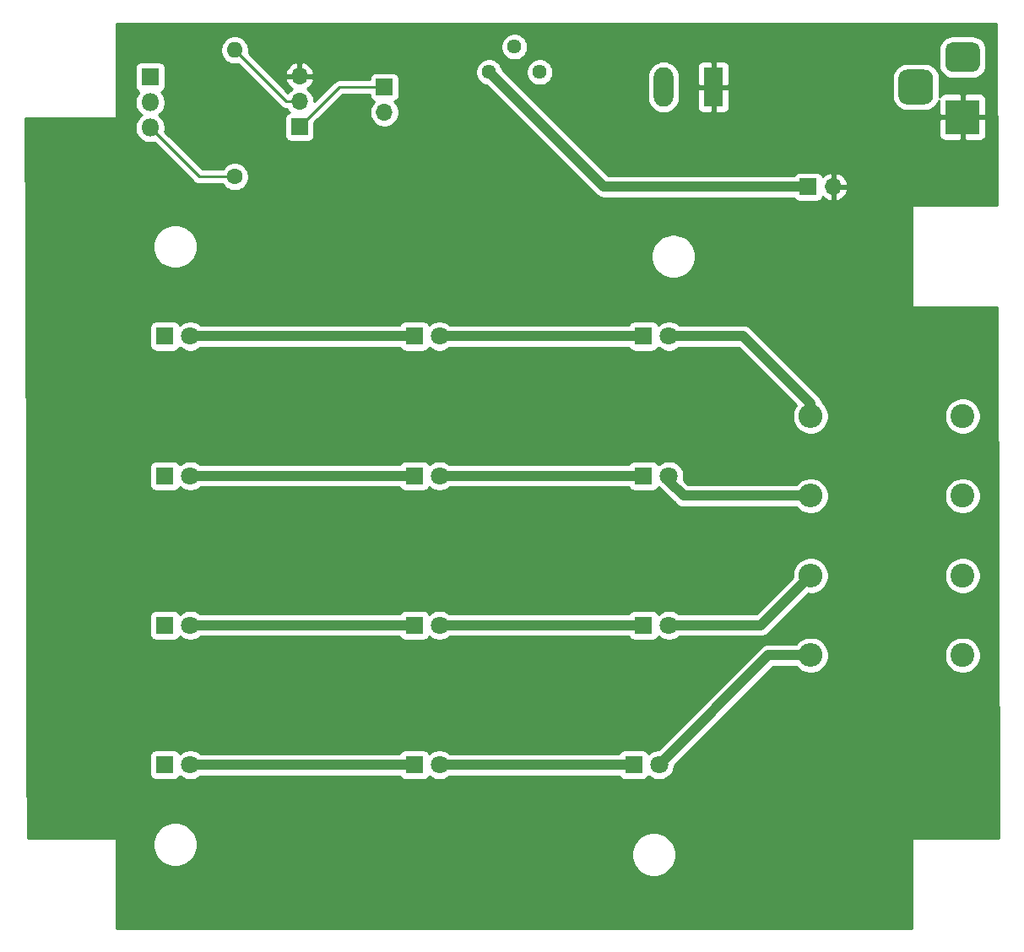
<source format=gbr>
%TF.GenerationSoftware,KiCad,Pcbnew,5.1.6-c6e7f7d~87~ubuntu20.04.1*%
%TF.CreationDate,2020-09-17T17:53:29+01:00*%
%TF.ProjectId,pcb-illuminator,7063622d-696c-46c7-956d-696e61746f72,rev?*%
%TF.SameCoordinates,Original*%
%TF.FileFunction,Copper,L1,Top*%
%TF.FilePolarity,Positive*%
%FSLAX46Y46*%
G04 Gerber Fmt 4.6, Leading zero omitted, Abs format (unit mm)*
G04 Created by KiCad (PCBNEW 5.1.6-c6e7f7d~87~ubuntu20.04.1) date 2020-09-17 17:53:29*
%MOMM*%
%LPD*%
G01*
G04 APERTURE LIST*
%TA.AperFunction,ComponentPad*%
%ADD10R,1.800000X1.800000*%
%TD*%
%TA.AperFunction,ComponentPad*%
%ADD11C,1.800000*%
%TD*%
%TA.AperFunction,ComponentPad*%
%ADD12R,1.980000X3.960000*%
%TD*%
%TA.AperFunction,ComponentPad*%
%ADD13O,1.980000X3.960000*%
%TD*%
%TA.AperFunction,ComponentPad*%
%ADD14R,1.700000X1.700000*%
%TD*%
%TA.AperFunction,ComponentPad*%
%ADD15O,1.700000X1.700000*%
%TD*%
%TA.AperFunction,ComponentPad*%
%ADD16R,3.500000X3.500000*%
%TD*%
%TA.AperFunction,ComponentPad*%
%ADD17O,1.800000X1.800000*%
%TD*%
%TA.AperFunction,ComponentPad*%
%ADD18C,1.440000*%
%TD*%
%TA.AperFunction,ComponentPad*%
%ADD19O,2.400000X2.400000*%
%TD*%
%TA.AperFunction,ComponentPad*%
%ADD20C,2.400000*%
%TD*%
%TA.AperFunction,ComponentPad*%
%ADD21C,1.600000*%
%TD*%
%TA.AperFunction,ComponentPad*%
%ADD22O,1.600000X1.600000*%
%TD*%
%TA.AperFunction,Conductor*%
%ADD23C,1.000000*%
%TD*%
%TA.AperFunction,Conductor*%
%ADD24C,0.250000*%
%TD*%
%TA.AperFunction,Conductor*%
%ADD25C,0.254000*%
%TD*%
G04 APERTURE END LIST*
D10*
%TO.P,D1,1*%
%TO.N,Net-(D1-Pad1)*%
X158000000Y-121000000D03*
D11*
%TO.P,D1,2*%
%TO.N,Net-(D1-Pad2)*%
X160540000Y-121000000D03*
%TD*%
D10*
%TO.P,D2,1*%
%TO.N,Net-(D2-Pad1)*%
X158000000Y-106000000D03*
D11*
%TO.P,D2,2*%
%TO.N,Net-(D2-Pad2)*%
X160540000Y-106000000D03*
%TD*%
D10*
%TO.P,D3,1*%
%TO.N,Net-(D3-Pad1)*%
X158000000Y-92000000D03*
D11*
%TO.P,D3,2*%
%TO.N,Net-(D3-Pad2)*%
X160540000Y-92000000D03*
%TD*%
%TO.P,D4,2*%
%TO.N,Net-(D1-Pad1)*%
X137540000Y-121000000D03*
D10*
%TO.P,D4,1*%
%TO.N,Net-(D4-Pad1)*%
X135000000Y-121000000D03*
%TD*%
D11*
%TO.P,D5,2*%
%TO.N,Net-(D2-Pad1)*%
X137540000Y-106000000D03*
D10*
%TO.P,D5,1*%
%TO.N,Net-(D5-Pad1)*%
X135000000Y-106000000D03*
%TD*%
D11*
%TO.P,D6,2*%
%TO.N,Net-(D3-Pad1)*%
X137540000Y-92000000D03*
D10*
%TO.P,D6,1*%
%TO.N,Net-(D6-Pad1)*%
X135000000Y-92000000D03*
%TD*%
D11*
%TO.P,D7,2*%
%TO.N,Net-(D4-Pad1)*%
X112540000Y-121000000D03*
D10*
%TO.P,D7,1*%
%TO.N,Net-(D12-Pad1)*%
X110000000Y-121000000D03*
%TD*%
%TO.P,D8,1*%
%TO.N,Net-(D12-Pad1)*%
X110000000Y-106000000D03*
D11*
%TO.P,D8,2*%
%TO.N,Net-(D5-Pad1)*%
X112540000Y-106000000D03*
%TD*%
D10*
%TO.P,D9,1*%
%TO.N,Net-(D12-Pad1)*%
X110000000Y-92000000D03*
D11*
%TO.P,D9,2*%
%TO.N,Net-(D6-Pad1)*%
X112540000Y-92000000D03*
%TD*%
D12*
%TO.P,J2,1*%
%TO.N,+5V*%
X165000000Y-67000000D03*
D13*
%TO.P,J2,2*%
%TO.N,GND*%
X160000000Y-67000000D03*
%TD*%
D14*
%TO.P,J3,1*%
%TO.N,Net-(J3-Pad1)*%
X132000000Y-67000000D03*
D15*
%TO.P,J3,2*%
%TO.N,GND*%
X132000000Y-69540000D03*
%TD*%
D16*
%TO.P,J4,1*%
%TO.N,+5V*%
X190000000Y-70000000D03*
%TO.P,J4,2*%
%TO.N,GND*%
%TA.AperFunction,ComponentPad*%
G36*
G01*
X189000000Y-62500000D02*
X191000000Y-62500000D01*
G75*
G02*
X191750000Y-63250000I0J-750000D01*
G01*
X191750000Y-64750000D01*
G75*
G02*
X191000000Y-65500000I-750000J0D01*
G01*
X189000000Y-65500000D01*
G75*
G02*
X188250000Y-64750000I0J750000D01*
G01*
X188250000Y-63250000D01*
G75*
G02*
X189000000Y-62500000I750000J0D01*
G01*
G37*
%TD.AperFunction*%
%TO.P,J4,3*%
%TO.N,N/C*%
%TA.AperFunction,ComponentPad*%
G36*
G01*
X184425000Y-65250000D02*
X186175000Y-65250000D01*
G75*
G02*
X187050000Y-66125000I0J-875000D01*
G01*
X187050000Y-67875000D01*
G75*
G02*
X186175000Y-68750000I-875000J0D01*
G01*
X184425000Y-68750000D01*
G75*
G02*
X183550000Y-67875000I0J875000D01*
G01*
X183550000Y-66125000D01*
G75*
G02*
X184425000Y-65250000I875000J0D01*
G01*
G37*
%TD.AperFunction*%
%TD*%
D14*
%TO.P,JP1,1*%
%TO.N,Net-(J3-Pad1)*%
X123500000Y-71000000D03*
D15*
%TO.P,JP1,2*%
%TO.N,control_signal*%
X123500000Y-68460000D03*
%TO.P,JP1,3*%
%TO.N,+5V*%
X123500000Y-65920000D03*
%TD*%
D10*
%TO.P,Q1,1*%
%TO.N,GND*%
X108500000Y-66000000D03*
D17*
%TO.P,Q1,2*%
%TO.N,Net-(D12-Pad1)*%
X108500000Y-68540000D03*
%TO.P,Q1,3*%
%TO.N,Net-(Q1-Pad3)*%
X108500000Y-71080000D03*
%TD*%
D15*
%TO.P,SW1,2*%
%TO.N,+5V*%
X177040000Y-77000000D03*
D14*
%TO.P,SW1,1*%
%TO.N,Net-(RV1-Pad1)*%
X174500000Y-77000000D03*
%TD*%
D18*
%TO.P,RV1,3*%
%TO.N,GND*%
X147580000Y-65500000D03*
%TO.P,RV1,2*%
%TO.N,Net-(R1-Pad1)*%
X145040000Y-62960000D03*
%TO.P,RV1,1*%
%TO.N,Net-(RV1-Pad1)*%
X142500000Y-65500000D03*
%TD*%
D10*
%TO.P,D10,1*%
%TO.N,Net-(D10-Pad1)*%
X157000000Y-135000000D03*
D11*
%TO.P,D10,2*%
%TO.N,Net-(D10-Pad2)*%
X159540000Y-135000000D03*
%TD*%
%TO.P,D11,2*%
%TO.N,Net-(D10-Pad1)*%
X137540000Y-135000000D03*
D10*
%TO.P,D11,1*%
%TO.N,Net-(D11-Pad1)*%
X135000000Y-135000000D03*
%TD*%
%TO.P,D12,1*%
%TO.N,Net-(D12-Pad1)*%
X110000000Y-135000000D03*
D11*
%TO.P,D12,2*%
%TO.N,Net-(D11-Pad1)*%
X112540000Y-135000000D03*
%TD*%
D19*
%TO.P,R1,2*%
%TO.N,Net-(D1-Pad2)*%
X174760000Y-116000000D03*
D20*
%TO.P,R1,1*%
%TO.N,Net-(R1-Pad1)*%
X190000000Y-116000000D03*
%TD*%
%TO.P,R2,1*%
%TO.N,Net-(R1-Pad1)*%
X190000000Y-108000000D03*
D19*
%TO.P,R2,2*%
%TO.N,Net-(D2-Pad2)*%
X174760000Y-108000000D03*
%TD*%
D20*
%TO.P,R3,1*%
%TO.N,Net-(R1-Pad1)*%
X190000000Y-100000000D03*
D19*
%TO.P,R3,2*%
%TO.N,Net-(D3-Pad2)*%
X174760000Y-100000000D03*
%TD*%
D21*
%TO.P,R4,1*%
%TO.N,Net-(Q1-Pad3)*%
X117000000Y-76000000D03*
D22*
%TO.P,R4,2*%
%TO.N,control_signal*%
X117000000Y-63300000D03*
%TD*%
D19*
%TO.P,R5,2*%
%TO.N,Net-(D10-Pad2)*%
X174760000Y-124000000D03*
D20*
%TO.P,R5,1*%
%TO.N,Net-(R1-Pad1)*%
X190000000Y-124000000D03*
%TD*%
D23*
%TO.N,Net-(D1-Pad1)*%
X137540000Y-121000000D02*
X158000000Y-121000000D01*
%TO.N,Net-(D1-Pad2)*%
X169760000Y-121000000D02*
X174760000Y-116000000D01*
X160540000Y-121000000D02*
X169760000Y-121000000D01*
%TO.N,Net-(D2-Pad1)*%
X158000000Y-106000000D02*
X137540000Y-106000000D01*
%TO.N,Net-(D2-Pad2)*%
X174760000Y-108000000D02*
X162000000Y-108000000D01*
X160540000Y-106540000D02*
X160540000Y-106000000D01*
X162000000Y-108000000D02*
X160540000Y-106540000D01*
%TO.N,Net-(D3-Pad1)*%
X137540000Y-92000000D02*
X158000000Y-92000000D01*
%TO.N,Net-(D3-Pad2)*%
X160540000Y-92000000D02*
X168000000Y-92000000D01*
X174760000Y-98760000D02*
X174760000Y-100000000D01*
X168000000Y-92000000D02*
X174760000Y-98760000D01*
%TO.N,Net-(D4-Pad1)*%
X135000000Y-121000000D02*
X112540000Y-121000000D01*
%TO.N,Net-(D5-Pad1)*%
X135000000Y-106000000D02*
X112540000Y-106000000D01*
%TO.N,Net-(D6-Pad1)*%
X112540000Y-92000000D02*
X135000000Y-92000000D01*
D24*
%TO.N,Net-(J3-Pad1)*%
X127500000Y-67000000D02*
X123500000Y-71000000D01*
X132000000Y-67000000D02*
X127500000Y-67000000D01*
%TO.N,control_signal*%
X122160000Y-68460000D02*
X117000000Y-63300000D01*
X123500000Y-68460000D02*
X122160000Y-68460000D01*
%TO.N,Net-(Q1-Pad3)*%
X113420000Y-76000000D02*
X108500000Y-71080000D01*
X117000000Y-76000000D02*
X113420000Y-76000000D01*
D23*
%TO.N,Net-(RV1-Pad1)*%
X154000000Y-77000000D02*
X142500000Y-65500000D01*
X174500000Y-77000000D02*
X154000000Y-77000000D01*
%TO.N,Net-(D10-Pad1)*%
X157000000Y-135000000D02*
X137540000Y-135000000D01*
%TO.N,Net-(D10-Pad2)*%
X170540000Y-124000000D02*
X159540000Y-135000000D01*
X174760000Y-124000000D02*
X170540000Y-124000000D01*
%TO.N,Net-(D11-Pad1)*%
X135000000Y-135000000D02*
X112540000Y-135000000D01*
%TD*%
D25*
%TO.N,+5V*%
G36*
X193423474Y-78873000D02*
G01*
X185000000Y-78873000D01*
X184975224Y-78875440D01*
X184951399Y-78882667D01*
X184929443Y-78894403D01*
X184910197Y-78910197D01*
X184894403Y-78929443D01*
X184882667Y-78951399D01*
X184875440Y-78975224D01*
X184873000Y-79000000D01*
X184873000Y-89000000D01*
X184875440Y-89024776D01*
X184882667Y-89048601D01*
X184894403Y-89070557D01*
X184910197Y-89089803D01*
X184929443Y-89105597D01*
X184951399Y-89117333D01*
X184975224Y-89124560D01*
X185000000Y-89127000D01*
X193451645Y-89127000D01*
X193597925Y-142373000D01*
X185000000Y-142373000D01*
X184975224Y-142375440D01*
X184951399Y-142382667D01*
X184929443Y-142394403D01*
X184910197Y-142410197D01*
X184894403Y-142429443D01*
X184882667Y-142451399D01*
X184875440Y-142475224D01*
X184873000Y-142500000D01*
X184873000Y-151373000D01*
X105127000Y-151373000D01*
X105127000Y-142779872D01*
X108765000Y-142779872D01*
X108765000Y-143220128D01*
X108850890Y-143651925D01*
X109019369Y-144058669D01*
X109263962Y-144424729D01*
X109575271Y-144736038D01*
X109941331Y-144980631D01*
X110348075Y-145149110D01*
X110779872Y-145235000D01*
X111220128Y-145235000D01*
X111651925Y-145149110D01*
X112058669Y-144980631D01*
X112424729Y-144736038D01*
X112736038Y-144424729D01*
X112980631Y-144058669D01*
X113096112Y-143779872D01*
X156765000Y-143779872D01*
X156765000Y-144220128D01*
X156850890Y-144651925D01*
X157019369Y-145058669D01*
X157263962Y-145424729D01*
X157575271Y-145736038D01*
X157941331Y-145980631D01*
X158348075Y-146149110D01*
X158779872Y-146235000D01*
X159220128Y-146235000D01*
X159651925Y-146149110D01*
X160058669Y-145980631D01*
X160424729Y-145736038D01*
X160736038Y-145424729D01*
X160980631Y-145058669D01*
X161149110Y-144651925D01*
X161235000Y-144220128D01*
X161235000Y-143779872D01*
X161149110Y-143348075D01*
X160980631Y-142941331D01*
X160736038Y-142575271D01*
X160424729Y-142263962D01*
X160058669Y-142019369D01*
X159651925Y-141850890D01*
X159220128Y-141765000D01*
X158779872Y-141765000D01*
X158348075Y-141850890D01*
X157941331Y-142019369D01*
X157575271Y-142263962D01*
X157263962Y-142575271D01*
X157019369Y-142941331D01*
X156850890Y-143348075D01*
X156765000Y-143779872D01*
X113096112Y-143779872D01*
X113149110Y-143651925D01*
X113235000Y-143220128D01*
X113235000Y-142779872D01*
X113149110Y-142348075D01*
X112980631Y-141941331D01*
X112736038Y-141575271D01*
X112424729Y-141263962D01*
X112058669Y-141019369D01*
X111651925Y-140850890D01*
X111220128Y-140765000D01*
X110779872Y-140765000D01*
X110348075Y-140850890D01*
X109941331Y-141019369D01*
X109575271Y-141263962D01*
X109263962Y-141575271D01*
X109019369Y-141941331D01*
X108850890Y-142348075D01*
X108765000Y-142779872D01*
X105127000Y-142779872D01*
X105127000Y-142500000D01*
X105124560Y-142475224D01*
X105117333Y-142451399D01*
X105105597Y-142429443D01*
X105089803Y-142410197D01*
X105070557Y-142394403D01*
X105048601Y-142382667D01*
X105024776Y-142375440D01*
X105000000Y-142373000D01*
X96226927Y-142373000D01*
X96204199Y-134100000D01*
X108461928Y-134100000D01*
X108461928Y-135900000D01*
X108474188Y-136024482D01*
X108510498Y-136144180D01*
X108569463Y-136254494D01*
X108648815Y-136351185D01*
X108745506Y-136430537D01*
X108855820Y-136489502D01*
X108975518Y-136525812D01*
X109100000Y-136538072D01*
X110900000Y-136538072D01*
X111024482Y-136525812D01*
X111144180Y-136489502D01*
X111254494Y-136430537D01*
X111351185Y-136351185D01*
X111430537Y-136254494D01*
X111489502Y-136144180D01*
X111495056Y-136125873D01*
X111561495Y-136192312D01*
X111812905Y-136360299D01*
X112092257Y-136476011D01*
X112388816Y-136535000D01*
X112691184Y-136535000D01*
X112987743Y-136476011D01*
X113267095Y-136360299D01*
X113518505Y-136192312D01*
X113575817Y-136135000D01*
X133507713Y-136135000D01*
X133510498Y-136144180D01*
X133569463Y-136254494D01*
X133648815Y-136351185D01*
X133745506Y-136430537D01*
X133855820Y-136489502D01*
X133975518Y-136525812D01*
X134100000Y-136538072D01*
X135900000Y-136538072D01*
X136024482Y-136525812D01*
X136144180Y-136489502D01*
X136254494Y-136430537D01*
X136351185Y-136351185D01*
X136430537Y-136254494D01*
X136489502Y-136144180D01*
X136495056Y-136125873D01*
X136561495Y-136192312D01*
X136812905Y-136360299D01*
X137092257Y-136476011D01*
X137388816Y-136535000D01*
X137691184Y-136535000D01*
X137987743Y-136476011D01*
X138267095Y-136360299D01*
X138518505Y-136192312D01*
X138575817Y-136135000D01*
X155507713Y-136135000D01*
X155510498Y-136144180D01*
X155569463Y-136254494D01*
X155648815Y-136351185D01*
X155745506Y-136430537D01*
X155855820Y-136489502D01*
X155975518Y-136525812D01*
X156100000Y-136538072D01*
X157900000Y-136538072D01*
X158024482Y-136525812D01*
X158144180Y-136489502D01*
X158254494Y-136430537D01*
X158351185Y-136351185D01*
X158430537Y-136254494D01*
X158489502Y-136144180D01*
X158495056Y-136125873D01*
X158561495Y-136192312D01*
X158812905Y-136360299D01*
X159092257Y-136476011D01*
X159388816Y-136535000D01*
X159691184Y-136535000D01*
X159987743Y-136476011D01*
X160267095Y-136360299D01*
X160518505Y-136192312D01*
X160732312Y-135978505D01*
X160900299Y-135727095D01*
X161016011Y-135447743D01*
X161075000Y-135151184D01*
X161075000Y-135070131D01*
X171010132Y-125135000D01*
X173311447Y-125135000D01*
X173334662Y-125169744D01*
X173590256Y-125425338D01*
X173890801Y-125626156D01*
X174224750Y-125764482D01*
X174579268Y-125835000D01*
X174940732Y-125835000D01*
X175295250Y-125764482D01*
X175629199Y-125626156D01*
X175929744Y-125425338D01*
X176185338Y-125169744D01*
X176386156Y-124869199D01*
X176524482Y-124535250D01*
X176595000Y-124180732D01*
X176595000Y-123819268D01*
X188165000Y-123819268D01*
X188165000Y-124180732D01*
X188235518Y-124535250D01*
X188373844Y-124869199D01*
X188574662Y-125169744D01*
X188830256Y-125425338D01*
X189130801Y-125626156D01*
X189464750Y-125764482D01*
X189819268Y-125835000D01*
X190180732Y-125835000D01*
X190535250Y-125764482D01*
X190869199Y-125626156D01*
X191169744Y-125425338D01*
X191425338Y-125169744D01*
X191626156Y-124869199D01*
X191764482Y-124535250D01*
X191835000Y-124180732D01*
X191835000Y-123819268D01*
X191764482Y-123464750D01*
X191626156Y-123130801D01*
X191425338Y-122830256D01*
X191169744Y-122574662D01*
X190869199Y-122373844D01*
X190535250Y-122235518D01*
X190180732Y-122165000D01*
X189819268Y-122165000D01*
X189464750Y-122235518D01*
X189130801Y-122373844D01*
X188830256Y-122574662D01*
X188574662Y-122830256D01*
X188373844Y-123130801D01*
X188235518Y-123464750D01*
X188165000Y-123819268D01*
X176595000Y-123819268D01*
X176524482Y-123464750D01*
X176386156Y-123130801D01*
X176185338Y-122830256D01*
X175929744Y-122574662D01*
X175629199Y-122373844D01*
X175295250Y-122235518D01*
X174940732Y-122165000D01*
X174579268Y-122165000D01*
X174224750Y-122235518D01*
X173890801Y-122373844D01*
X173590256Y-122574662D01*
X173334662Y-122830256D01*
X173311447Y-122865000D01*
X170595743Y-122865000D01*
X170539999Y-122859510D01*
X170484255Y-122865000D01*
X170484248Y-122865000D01*
X170338493Y-122879356D01*
X170317500Y-122881423D01*
X170267705Y-122896529D01*
X170103553Y-122946324D01*
X169906377Y-123051716D01*
X169733551Y-123193551D01*
X169698009Y-123236859D01*
X159469869Y-133465000D01*
X159388816Y-133465000D01*
X159092257Y-133523989D01*
X158812905Y-133639701D01*
X158561495Y-133807688D01*
X158495056Y-133874127D01*
X158489502Y-133855820D01*
X158430537Y-133745506D01*
X158351185Y-133648815D01*
X158254494Y-133569463D01*
X158144180Y-133510498D01*
X158024482Y-133474188D01*
X157900000Y-133461928D01*
X156100000Y-133461928D01*
X155975518Y-133474188D01*
X155855820Y-133510498D01*
X155745506Y-133569463D01*
X155648815Y-133648815D01*
X155569463Y-133745506D01*
X155510498Y-133855820D01*
X155507713Y-133865000D01*
X138575817Y-133865000D01*
X138518505Y-133807688D01*
X138267095Y-133639701D01*
X137987743Y-133523989D01*
X137691184Y-133465000D01*
X137388816Y-133465000D01*
X137092257Y-133523989D01*
X136812905Y-133639701D01*
X136561495Y-133807688D01*
X136495056Y-133874127D01*
X136489502Y-133855820D01*
X136430537Y-133745506D01*
X136351185Y-133648815D01*
X136254494Y-133569463D01*
X136144180Y-133510498D01*
X136024482Y-133474188D01*
X135900000Y-133461928D01*
X134100000Y-133461928D01*
X133975518Y-133474188D01*
X133855820Y-133510498D01*
X133745506Y-133569463D01*
X133648815Y-133648815D01*
X133569463Y-133745506D01*
X133510498Y-133855820D01*
X133507713Y-133865000D01*
X113575817Y-133865000D01*
X113518505Y-133807688D01*
X113267095Y-133639701D01*
X112987743Y-133523989D01*
X112691184Y-133465000D01*
X112388816Y-133465000D01*
X112092257Y-133523989D01*
X111812905Y-133639701D01*
X111561495Y-133807688D01*
X111495056Y-133874127D01*
X111489502Y-133855820D01*
X111430537Y-133745506D01*
X111351185Y-133648815D01*
X111254494Y-133569463D01*
X111144180Y-133510498D01*
X111024482Y-133474188D01*
X110900000Y-133461928D01*
X109100000Y-133461928D01*
X108975518Y-133474188D01*
X108855820Y-133510498D01*
X108745506Y-133569463D01*
X108648815Y-133648815D01*
X108569463Y-133745506D01*
X108510498Y-133855820D01*
X108474188Y-133975518D01*
X108461928Y-134100000D01*
X96204199Y-134100000D01*
X96165738Y-120100000D01*
X108461928Y-120100000D01*
X108461928Y-121900000D01*
X108474188Y-122024482D01*
X108510498Y-122144180D01*
X108569463Y-122254494D01*
X108648815Y-122351185D01*
X108745506Y-122430537D01*
X108855820Y-122489502D01*
X108975518Y-122525812D01*
X109100000Y-122538072D01*
X110900000Y-122538072D01*
X111024482Y-122525812D01*
X111144180Y-122489502D01*
X111254494Y-122430537D01*
X111351185Y-122351185D01*
X111430537Y-122254494D01*
X111489502Y-122144180D01*
X111495056Y-122125873D01*
X111561495Y-122192312D01*
X111812905Y-122360299D01*
X112092257Y-122476011D01*
X112388816Y-122535000D01*
X112691184Y-122535000D01*
X112987743Y-122476011D01*
X113267095Y-122360299D01*
X113518505Y-122192312D01*
X113575817Y-122135000D01*
X133507713Y-122135000D01*
X133510498Y-122144180D01*
X133569463Y-122254494D01*
X133648815Y-122351185D01*
X133745506Y-122430537D01*
X133855820Y-122489502D01*
X133975518Y-122525812D01*
X134100000Y-122538072D01*
X135900000Y-122538072D01*
X136024482Y-122525812D01*
X136144180Y-122489502D01*
X136254494Y-122430537D01*
X136351185Y-122351185D01*
X136430537Y-122254494D01*
X136489502Y-122144180D01*
X136495056Y-122125873D01*
X136561495Y-122192312D01*
X136812905Y-122360299D01*
X137092257Y-122476011D01*
X137388816Y-122535000D01*
X137691184Y-122535000D01*
X137987743Y-122476011D01*
X138267095Y-122360299D01*
X138518505Y-122192312D01*
X138575817Y-122135000D01*
X156507713Y-122135000D01*
X156510498Y-122144180D01*
X156569463Y-122254494D01*
X156648815Y-122351185D01*
X156745506Y-122430537D01*
X156855820Y-122489502D01*
X156975518Y-122525812D01*
X157100000Y-122538072D01*
X158900000Y-122538072D01*
X159024482Y-122525812D01*
X159144180Y-122489502D01*
X159254494Y-122430537D01*
X159351185Y-122351185D01*
X159430537Y-122254494D01*
X159489502Y-122144180D01*
X159495056Y-122125873D01*
X159561495Y-122192312D01*
X159812905Y-122360299D01*
X160092257Y-122476011D01*
X160388816Y-122535000D01*
X160691184Y-122535000D01*
X160987743Y-122476011D01*
X161267095Y-122360299D01*
X161518505Y-122192312D01*
X161575817Y-122135000D01*
X169704249Y-122135000D01*
X169760000Y-122140491D01*
X169815751Y-122135000D01*
X169815752Y-122135000D01*
X169982499Y-122118577D01*
X170196447Y-122053676D01*
X170393623Y-121948284D01*
X170566449Y-121806449D01*
X170601996Y-121763135D01*
X174538284Y-117826848D01*
X174579268Y-117835000D01*
X174940732Y-117835000D01*
X175295250Y-117764482D01*
X175629199Y-117626156D01*
X175929744Y-117425338D01*
X176185338Y-117169744D01*
X176386156Y-116869199D01*
X176524482Y-116535250D01*
X176595000Y-116180732D01*
X176595000Y-115819268D01*
X188165000Y-115819268D01*
X188165000Y-116180732D01*
X188235518Y-116535250D01*
X188373844Y-116869199D01*
X188574662Y-117169744D01*
X188830256Y-117425338D01*
X189130801Y-117626156D01*
X189464750Y-117764482D01*
X189819268Y-117835000D01*
X190180732Y-117835000D01*
X190535250Y-117764482D01*
X190869199Y-117626156D01*
X191169744Y-117425338D01*
X191425338Y-117169744D01*
X191626156Y-116869199D01*
X191764482Y-116535250D01*
X191835000Y-116180732D01*
X191835000Y-115819268D01*
X191764482Y-115464750D01*
X191626156Y-115130801D01*
X191425338Y-114830256D01*
X191169744Y-114574662D01*
X190869199Y-114373844D01*
X190535250Y-114235518D01*
X190180732Y-114165000D01*
X189819268Y-114165000D01*
X189464750Y-114235518D01*
X189130801Y-114373844D01*
X188830256Y-114574662D01*
X188574662Y-114830256D01*
X188373844Y-115130801D01*
X188235518Y-115464750D01*
X188165000Y-115819268D01*
X176595000Y-115819268D01*
X176524482Y-115464750D01*
X176386156Y-115130801D01*
X176185338Y-114830256D01*
X175929744Y-114574662D01*
X175629199Y-114373844D01*
X175295250Y-114235518D01*
X174940732Y-114165000D01*
X174579268Y-114165000D01*
X174224750Y-114235518D01*
X173890801Y-114373844D01*
X173590256Y-114574662D01*
X173334662Y-114830256D01*
X173133844Y-115130801D01*
X172995518Y-115464750D01*
X172925000Y-115819268D01*
X172925000Y-116180732D01*
X172933152Y-116221716D01*
X169289869Y-119865000D01*
X161575817Y-119865000D01*
X161518505Y-119807688D01*
X161267095Y-119639701D01*
X160987743Y-119523989D01*
X160691184Y-119465000D01*
X160388816Y-119465000D01*
X160092257Y-119523989D01*
X159812905Y-119639701D01*
X159561495Y-119807688D01*
X159495056Y-119874127D01*
X159489502Y-119855820D01*
X159430537Y-119745506D01*
X159351185Y-119648815D01*
X159254494Y-119569463D01*
X159144180Y-119510498D01*
X159024482Y-119474188D01*
X158900000Y-119461928D01*
X157100000Y-119461928D01*
X156975518Y-119474188D01*
X156855820Y-119510498D01*
X156745506Y-119569463D01*
X156648815Y-119648815D01*
X156569463Y-119745506D01*
X156510498Y-119855820D01*
X156507713Y-119865000D01*
X138575817Y-119865000D01*
X138518505Y-119807688D01*
X138267095Y-119639701D01*
X137987743Y-119523989D01*
X137691184Y-119465000D01*
X137388816Y-119465000D01*
X137092257Y-119523989D01*
X136812905Y-119639701D01*
X136561495Y-119807688D01*
X136495056Y-119874127D01*
X136489502Y-119855820D01*
X136430537Y-119745506D01*
X136351185Y-119648815D01*
X136254494Y-119569463D01*
X136144180Y-119510498D01*
X136024482Y-119474188D01*
X135900000Y-119461928D01*
X134100000Y-119461928D01*
X133975518Y-119474188D01*
X133855820Y-119510498D01*
X133745506Y-119569463D01*
X133648815Y-119648815D01*
X133569463Y-119745506D01*
X133510498Y-119855820D01*
X133507713Y-119865000D01*
X113575817Y-119865000D01*
X113518505Y-119807688D01*
X113267095Y-119639701D01*
X112987743Y-119523989D01*
X112691184Y-119465000D01*
X112388816Y-119465000D01*
X112092257Y-119523989D01*
X111812905Y-119639701D01*
X111561495Y-119807688D01*
X111495056Y-119874127D01*
X111489502Y-119855820D01*
X111430537Y-119745506D01*
X111351185Y-119648815D01*
X111254494Y-119569463D01*
X111144180Y-119510498D01*
X111024482Y-119474188D01*
X110900000Y-119461928D01*
X109100000Y-119461928D01*
X108975518Y-119474188D01*
X108855820Y-119510498D01*
X108745506Y-119569463D01*
X108648815Y-119648815D01*
X108569463Y-119745506D01*
X108510498Y-119855820D01*
X108474188Y-119975518D01*
X108461928Y-120100000D01*
X96165738Y-120100000D01*
X96124530Y-105100000D01*
X108461928Y-105100000D01*
X108461928Y-106900000D01*
X108474188Y-107024482D01*
X108510498Y-107144180D01*
X108569463Y-107254494D01*
X108648815Y-107351185D01*
X108745506Y-107430537D01*
X108855820Y-107489502D01*
X108975518Y-107525812D01*
X109100000Y-107538072D01*
X110900000Y-107538072D01*
X111024482Y-107525812D01*
X111144180Y-107489502D01*
X111254494Y-107430537D01*
X111351185Y-107351185D01*
X111430537Y-107254494D01*
X111489502Y-107144180D01*
X111495056Y-107125873D01*
X111561495Y-107192312D01*
X111812905Y-107360299D01*
X112092257Y-107476011D01*
X112388816Y-107535000D01*
X112691184Y-107535000D01*
X112987743Y-107476011D01*
X113267095Y-107360299D01*
X113518505Y-107192312D01*
X113575817Y-107135000D01*
X133507713Y-107135000D01*
X133510498Y-107144180D01*
X133569463Y-107254494D01*
X133648815Y-107351185D01*
X133745506Y-107430537D01*
X133855820Y-107489502D01*
X133975518Y-107525812D01*
X134100000Y-107538072D01*
X135900000Y-107538072D01*
X136024482Y-107525812D01*
X136144180Y-107489502D01*
X136254494Y-107430537D01*
X136351185Y-107351185D01*
X136430537Y-107254494D01*
X136489502Y-107144180D01*
X136495056Y-107125873D01*
X136561495Y-107192312D01*
X136812905Y-107360299D01*
X137092257Y-107476011D01*
X137388816Y-107535000D01*
X137691184Y-107535000D01*
X137987743Y-107476011D01*
X138267095Y-107360299D01*
X138518505Y-107192312D01*
X138575817Y-107135000D01*
X156507713Y-107135000D01*
X156510498Y-107144180D01*
X156569463Y-107254494D01*
X156648815Y-107351185D01*
X156745506Y-107430537D01*
X156855820Y-107489502D01*
X156975518Y-107525812D01*
X157100000Y-107538072D01*
X158900000Y-107538072D01*
X159024482Y-107525812D01*
X159144180Y-107489502D01*
X159254494Y-107430537D01*
X159351185Y-107351185D01*
X159430537Y-107254494D01*
X159489502Y-107144180D01*
X159495056Y-107125873D01*
X159561495Y-107192312D01*
X159662369Y-107259714D01*
X159733551Y-107346449D01*
X159776865Y-107381996D01*
X161158008Y-108763140D01*
X161193551Y-108806449D01*
X161270012Y-108869199D01*
X161366377Y-108948284D01*
X161563553Y-109053676D01*
X161777501Y-109118577D01*
X162000000Y-109140491D01*
X162055752Y-109135000D01*
X173311447Y-109135000D01*
X173334662Y-109169744D01*
X173590256Y-109425338D01*
X173890801Y-109626156D01*
X174224750Y-109764482D01*
X174579268Y-109835000D01*
X174940732Y-109835000D01*
X175295250Y-109764482D01*
X175629199Y-109626156D01*
X175929744Y-109425338D01*
X176185338Y-109169744D01*
X176386156Y-108869199D01*
X176524482Y-108535250D01*
X176595000Y-108180732D01*
X176595000Y-107819268D01*
X188165000Y-107819268D01*
X188165000Y-108180732D01*
X188235518Y-108535250D01*
X188373844Y-108869199D01*
X188574662Y-109169744D01*
X188830256Y-109425338D01*
X189130801Y-109626156D01*
X189464750Y-109764482D01*
X189819268Y-109835000D01*
X190180732Y-109835000D01*
X190535250Y-109764482D01*
X190869199Y-109626156D01*
X191169744Y-109425338D01*
X191425338Y-109169744D01*
X191626156Y-108869199D01*
X191764482Y-108535250D01*
X191835000Y-108180732D01*
X191835000Y-107819268D01*
X191764482Y-107464750D01*
X191626156Y-107130801D01*
X191425338Y-106830256D01*
X191169744Y-106574662D01*
X190869199Y-106373844D01*
X190535250Y-106235518D01*
X190180732Y-106165000D01*
X189819268Y-106165000D01*
X189464750Y-106235518D01*
X189130801Y-106373844D01*
X188830256Y-106574662D01*
X188574662Y-106830256D01*
X188373844Y-107130801D01*
X188235518Y-107464750D01*
X188165000Y-107819268D01*
X176595000Y-107819268D01*
X176524482Y-107464750D01*
X176386156Y-107130801D01*
X176185338Y-106830256D01*
X175929744Y-106574662D01*
X175629199Y-106373844D01*
X175295250Y-106235518D01*
X174940732Y-106165000D01*
X174579268Y-106165000D01*
X174224750Y-106235518D01*
X173890801Y-106373844D01*
X173590256Y-106574662D01*
X173334662Y-106830256D01*
X173311447Y-106865000D01*
X162470132Y-106865000D01*
X162022127Y-106416996D01*
X162075000Y-106151184D01*
X162075000Y-105848816D01*
X162016011Y-105552257D01*
X161900299Y-105272905D01*
X161732312Y-105021495D01*
X161518505Y-104807688D01*
X161267095Y-104639701D01*
X160987743Y-104523989D01*
X160691184Y-104465000D01*
X160388816Y-104465000D01*
X160092257Y-104523989D01*
X159812905Y-104639701D01*
X159561495Y-104807688D01*
X159495056Y-104874127D01*
X159489502Y-104855820D01*
X159430537Y-104745506D01*
X159351185Y-104648815D01*
X159254494Y-104569463D01*
X159144180Y-104510498D01*
X159024482Y-104474188D01*
X158900000Y-104461928D01*
X157100000Y-104461928D01*
X156975518Y-104474188D01*
X156855820Y-104510498D01*
X156745506Y-104569463D01*
X156648815Y-104648815D01*
X156569463Y-104745506D01*
X156510498Y-104855820D01*
X156507713Y-104865000D01*
X138575817Y-104865000D01*
X138518505Y-104807688D01*
X138267095Y-104639701D01*
X137987743Y-104523989D01*
X137691184Y-104465000D01*
X137388816Y-104465000D01*
X137092257Y-104523989D01*
X136812905Y-104639701D01*
X136561495Y-104807688D01*
X136495056Y-104874127D01*
X136489502Y-104855820D01*
X136430537Y-104745506D01*
X136351185Y-104648815D01*
X136254494Y-104569463D01*
X136144180Y-104510498D01*
X136024482Y-104474188D01*
X135900000Y-104461928D01*
X134100000Y-104461928D01*
X133975518Y-104474188D01*
X133855820Y-104510498D01*
X133745506Y-104569463D01*
X133648815Y-104648815D01*
X133569463Y-104745506D01*
X133510498Y-104855820D01*
X133507713Y-104865000D01*
X113575817Y-104865000D01*
X113518505Y-104807688D01*
X113267095Y-104639701D01*
X112987743Y-104523989D01*
X112691184Y-104465000D01*
X112388816Y-104465000D01*
X112092257Y-104523989D01*
X111812905Y-104639701D01*
X111561495Y-104807688D01*
X111495056Y-104874127D01*
X111489502Y-104855820D01*
X111430537Y-104745506D01*
X111351185Y-104648815D01*
X111254494Y-104569463D01*
X111144180Y-104510498D01*
X111024482Y-104474188D01*
X110900000Y-104461928D01*
X109100000Y-104461928D01*
X108975518Y-104474188D01*
X108855820Y-104510498D01*
X108745506Y-104569463D01*
X108648815Y-104648815D01*
X108569463Y-104745506D01*
X108510498Y-104855820D01*
X108474188Y-104975518D01*
X108461928Y-105100000D01*
X96124530Y-105100000D01*
X96086068Y-91100000D01*
X108461928Y-91100000D01*
X108461928Y-92900000D01*
X108474188Y-93024482D01*
X108510498Y-93144180D01*
X108569463Y-93254494D01*
X108648815Y-93351185D01*
X108745506Y-93430537D01*
X108855820Y-93489502D01*
X108975518Y-93525812D01*
X109100000Y-93538072D01*
X110900000Y-93538072D01*
X111024482Y-93525812D01*
X111144180Y-93489502D01*
X111254494Y-93430537D01*
X111351185Y-93351185D01*
X111430537Y-93254494D01*
X111489502Y-93144180D01*
X111495056Y-93125873D01*
X111561495Y-93192312D01*
X111812905Y-93360299D01*
X112092257Y-93476011D01*
X112388816Y-93535000D01*
X112691184Y-93535000D01*
X112987743Y-93476011D01*
X113267095Y-93360299D01*
X113518505Y-93192312D01*
X113575817Y-93135000D01*
X133507713Y-93135000D01*
X133510498Y-93144180D01*
X133569463Y-93254494D01*
X133648815Y-93351185D01*
X133745506Y-93430537D01*
X133855820Y-93489502D01*
X133975518Y-93525812D01*
X134100000Y-93538072D01*
X135900000Y-93538072D01*
X136024482Y-93525812D01*
X136144180Y-93489502D01*
X136254494Y-93430537D01*
X136351185Y-93351185D01*
X136430537Y-93254494D01*
X136489502Y-93144180D01*
X136495056Y-93125873D01*
X136561495Y-93192312D01*
X136812905Y-93360299D01*
X137092257Y-93476011D01*
X137388816Y-93535000D01*
X137691184Y-93535000D01*
X137987743Y-93476011D01*
X138267095Y-93360299D01*
X138518505Y-93192312D01*
X138575817Y-93135000D01*
X156507713Y-93135000D01*
X156510498Y-93144180D01*
X156569463Y-93254494D01*
X156648815Y-93351185D01*
X156745506Y-93430537D01*
X156855820Y-93489502D01*
X156975518Y-93525812D01*
X157100000Y-93538072D01*
X158900000Y-93538072D01*
X159024482Y-93525812D01*
X159144180Y-93489502D01*
X159254494Y-93430537D01*
X159351185Y-93351185D01*
X159430537Y-93254494D01*
X159489502Y-93144180D01*
X159495056Y-93125873D01*
X159561495Y-93192312D01*
X159812905Y-93360299D01*
X160092257Y-93476011D01*
X160388816Y-93535000D01*
X160691184Y-93535000D01*
X160987743Y-93476011D01*
X161267095Y-93360299D01*
X161518505Y-93192312D01*
X161575817Y-93135000D01*
X167529869Y-93135000D01*
X173290787Y-98895920D01*
X173133844Y-99130801D01*
X172995518Y-99464750D01*
X172925000Y-99819268D01*
X172925000Y-100180732D01*
X172995518Y-100535250D01*
X173133844Y-100869199D01*
X173334662Y-101169744D01*
X173590256Y-101425338D01*
X173890801Y-101626156D01*
X174224750Y-101764482D01*
X174579268Y-101835000D01*
X174940732Y-101835000D01*
X175295250Y-101764482D01*
X175629199Y-101626156D01*
X175929744Y-101425338D01*
X176185338Y-101169744D01*
X176386156Y-100869199D01*
X176524482Y-100535250D01*
X176595000Y-100180732D01*
X176595000Y-99819268D01*
X188165000Y-99819268D01*
X188165000Y-100180732D01*
X188235518Y-100535250D01*
X188373844Y-100869199D01*
X188574662Y-101169744D01*
X188830256Y-101425338D01*
X189130801Y-101626156D01*
X189464750Y-101764482D01*
X189819268Y-101835000D01*
X190180732Y-101835000D01*
X190535250Y-101764482D01*
X190869199Y-101626156D01*
X191169744Y-101425338D01*
X191425338Y-101169744D01*
X191626156Y-100869199D01*
X191764482Y-100535250D01*
X191835000Y-100180732D01*
X191835000Y-99819268D01*
X191764482Y-99464750D01*
X191626156Y-99130801D01*
X191425338Y-98830256D01*
X191169744Y-98574662D01*
X190869199Y-98373844D01*
X190535250Y-98235518D01*
X190180732Y-98165000D01*
X189819268Y-98165000D01*
X189464750Y-98235518D01*
X189130801Y-98373844D01*
X188830256Y-98574662D01*
X188574662Y-98830256D01*
X188373844Y-99130801D01*
X188235518Y-99464750D01*
X188165000Y-99819268D01*
X176595000Y-99819268D01*
X176524482Y-99464750D01*
X176386156Y-99130801D01*
X176185338Y-98830256D01*
X175929744Y-98574662D01*
X175878890Y-98540683D01*
X175878577Y-98537501D01*
X175813676Y-98323553D01*
X175708284Y-98126377D01*
X175601989Y-97996856D01*
X175601987Y-97996854D01*
X175566449Y-97953551D01*
X175523146Y-97918013D01*
X168841996Y-91236865D01*
X168806449Y-91193551D01*
X168633623Y-91051716D01*
X168436447Y-90946324D01*
X168222499Y-90881423D01*
X168055752Y-90865000D01*
X168055751Y-90865000D01*
X168000000Y-90859509D01*
X167944249Y-90865000D01*
X161575817Y-90865000D01*
X161518505Y-90807688D01*
X161267095Y-90639701D01*
X160987743Y-90523989D01*
X160691184Y-90465000D01*
X160388816Y-90465000D01*
X160092257Y-90523989D01*
X159812905Y-90639701D01*
X159561495Y-90807688D01*
X159495056Y-90874127D01*
X159489502Y-90855820D01*
X159430537Y-90745506D01*
X159351185Y-90648815D01*
X159254494Y-90569463D01*
X159144180Y-90510498D01*
X159024482Y-90474188D01*
X158900000Y-90461928D01*
X157100000Y-90461928D01*
X156975518Y-90474188D01*
X156855820Y-90510498D01*
X156745506Y-90569463D01*
X156648815Y-90648815D01*
X156569463Y-90745506D01*
X156510498Y-90855820D01*
X156507713Y-90865000D01*
X138575817Y-90865000D01*
X138518505Y-90807688D01*
X138267095Y-90639701D01*
X137987743Y-90523989D01*
X137691184Y-90465000D01*
X137388816Y-90465000D01*
X137092257Y-90523989D01*
X136812905Y-90639701D01*
X136561495Y-90807688D01*
X136495056Y-90874127D01*
X136489502Y-90855820D01*
X136430537Y-90745506D01*
X136351185Y-90648815D01*
X136254494Y-90569463D01*
X136144180Y-90510498D01*
X136024482Y-90474188D01*
X135900000Y-90461928D01*
X134100000Y-90461928D01*
X133975518Y-90474188D01*
X133855820Y-90510498D01*
X133745506Y-90569463D01*
X133648815Y-90648815D01*
X133569463Y-90745506D01*
X133510498Y-90855820D01*
X133507713Y-90865000D01*
X113575817Y-90865000D01*
X113518505Y-90807688D01*
X113267095Y-90639701D01*
X112987743Y-90523989D01*
X112691184Y-90465000D01*
X112388816Y-90465000D01*
X112092257Y-90523989D01*
X111812905Y-90639701D01*
X111561495Y-90807688D01*
X111495056Y-90874127D01*
X111489502Y-90855820D01*
X111430537Y-90745506D01*
X111351185Y-90648815D01*
X111254494Y-90569463D01*
X111144180Y-90510498D01*
X111024482Y-90474188D01*
X110900000Y-90461928D01*
X109100000Y-90461928D01*
X108975518Y-90474188D01*
X108855820Y-90510498D01*
X108745506Y-90569463D01*
X108648815Y-90648815D01*
X108569463Y-90745506D01*
X108510498Y-90855820D01*
X108474188Y-90975518D01*
X108461928Y-91100000D01*
X96086068Y-91100000D01*
X96063211Y-82779872D01*
X108765000Y-82779872D01*
X108765000Y-83220128D01*
X108850890Y-83651925D01*
X109019369Y-84058669D01*
X109263962Y-84424729D01*
X109575271Y-84736038D01*
X109941331Y-84980631D01*
X110348075Y-85149110D01*
X110779872Y-85235000D01*
X111220128Y-85235000D01*
X111651925Y-85149110D01*
X112058669Y-84980631D01*
X112424729Y-84736038D01*
X112736038Y-84424729D01*
X112980631Y-84058669D01*
X113096112Y-83779872D01*
X158765000Y-83779872D01*
X158765000Y-84220128D01*
X158850890Y-84651925D01*
X159019369Y-85058669D01*
X159263962Y-85424729D01*
X159575271Y-85736038D01*
X159941331Y-85980631D01*
X160348075Y-86149110D01*
X160779872Y-86235000D01*
X161220128Y-86235000D01*
X161651925Y-86149110D01*
X162058669Y-85980631D01*
X162424729Y-85736038D01*
X162736038Y-85424729D01*
X162980631Y-85058669D01*
X163149110Y-84651925D01*
X163235000Y-84220128D01*
X163235000Y-83779872D01*
X163149110Y-83348075D01*
X162980631Y-82941331D01*
X162736038Y-82575271D01*
X162424729Y-82263962D01*
X162058669Y-82019369D01*
X161651925Y-81850890D01*
X161220128Y-81765000D01*
X160779872Y-81765000D01*
X160348075Y-81850890D01*
X159941331Y-82019369D01*
X159575271Y-82263962D01*
X159263962Y-82575271D01*
X159019369Y-82941331D01*
X158850890Y-83348075D01*
X158765000Y-83779872D01*
X113096112Y-83779872D01*
X113149110Y-83651925D01*
X113235000Y-83220128D01*
X113235000Y-82779872D01*
X113149110Y-82348075D01*
X112980631Y-81941331D01*
X112736038Y-81575271D01*
X112424729Y-81263962D01*
X112058669Y-81019369D01*
X111651925Y-80850890D01*
X111220128Y-80765000D01*
X110779872Y-80765000D01*
X110348075Y-80850890D01*
X109941331Y-81019369D01*
X109575271Y-81263962D01*
X109263962Y-81575271D01*
X109019369Y-81941331D01*
X108850890Y-82348075D01*
X108765000Y-82779872D01*
X96063211Y-82779872D01*
X96028449Y-70127000D01*
X105000000Y-70127000D01*
X105024776Y-70124560D01*
X105048601Y-70117333D01*
X105070557Y-70105597D01*
X105089803Y-70089803D01*
X105105597Y-70070557D01*
X105117333Y-70048601D01*
X105124560Y-70024776D01*
X105127000Y-70000000D01*
X105127000Y-65100000D01*
X106961928Y-65100000D01*
X106961928Y-66900000D01*
X106974188Y-67024482D01*
X107010498Y-67144180D01*
X107069463Y-67254494D01*
X107148815Y-67351185D01*
X107245506Y-67430537D01*
X107355820Y-67489502D01*
X107374127Y-67495056D01*
X107307688Y-67561495D01*
X107139701Y-67812905D01*
X107023989Y-68092257D01*
X106965000Y-68388816D01*
X106965000Y-68691184D01*
X107023989Y-68987743D01*
X107139701Y-69267095D01*
X107307688Y-69518505D01*
X107521495Y-69732312D01*
X107637763Y-69810000D01*
X107521495Y-69887688D01*
X107307688Y-70101495D01*
X107139701Y-70352905D01*
X107023989Y-70632257D01*
X106965000Y-70928816D01*
X106965000Y-71231184D01*
X107023989Y-71527743D01*
X107139701Y-71807095D01*
X107307688Y-72058505D01*
X107521495Y-72272312D01*
X107772905Y-72440299D01*
X108052257Y-72556011D01*
X108348816Y-72615000D01*
X108651184Y-72615000D01*
X108908930Y-72563731D01*
X112856201Y-76511003D01*
X112879999Y-76540001D01*
X112995724Y-76634974D01*
X113127753Y-76705546D01*
X113271014Y-76749003D01*
X113382667Y-76760000D01*
X113382675Y-76760000D01*
X113420000Y-76763676D01*
X113457325Y-76760000D01*
X115781957Y-76760000D01*
X115885363Y-76914759D01*
X116085241Y-77114637D01*
X116320273Y-77271680D01*
X116581426Y-77379853D01*
X116858665Y-77435000D01*
X117141335Y-77435000D01*
X117418574Y-77379853D01*
X117679727Y-77271680D01*
X117914759Y-77114637D01*
X118114637Y-76914759D01*
X118271680Y-76679727D01*
X118379853Y-76418574D01*
X118435000Y-76141335D01*
X118435000Y-75858665D01*
X118379853Y-75581426D01*
X118271680Y-75320273D01*
X118114637Y-75085241D01*
X117914759Y-74885363D01*
X117679727Y-74728320D01*
X117418574Y-74620147D01*
X117141335Y-74565000D01*
X116858665Y-74565000D01*
X116581426Y-74620147D01*
X116320273Y-74728320D01*
X116085241Y-74885363D01*
X115885363Y-75085241D01*
X115781957Y-75240000D01*
X113734802Y-75240000D01*
X109983731Y-71488930D01*
X110035000Y-71231184D01*
X110035000Y-70928816D01*
X109976011Y-70632257D01*
X109860299Y-70352905D01*
X109692312Y-70101495D01*
X109478505Y-69887688D01*
X109362237Y-69810000D01*
X109478505Y-69732312D01*
X109692312Y-69518505D01*
X109860299Y-69267095D01*
X109976011Y-68987743D01*
X110035000Y-68691184D01*
X110035000Y-68388816D01*
X109976011Y-68092257D01*
X109860299Y-67812905D01*
X109692312Y-67561495D01*
X109625873Y-67495056D01*
X109644180Y-67489502D01*
X109754494Y-67430537D01*
X109851185Y-67351185D01*
X109930537Y-67254494D01*
X109989502Y-67144180D01*
X110025812Y-67024482D01*
X110038072Y-66900000D01*
X110038072Y-65100000D01*
X110025812Y-64975518D01*
X109989502Y-64855820D01*
X109930537Y-64745506D01*
X109851185Y-64648815D01*
X109754494Y-64569463D01*
X109644180Y-64510498D01*
X109524482Y-64474188D01*
X109400000Y-64461928D01*
X107600000Y-64461928D01*
X107475518Y-64474188D01*
X107355820Y-64510498D01*
X107245506Y-64569463D01*
X107148815Y-64648815D01*
X107069463Y-64745506D01*
X107010498Y-64855820D01*
X106974188Y-64975518D01*
X106961928Y-65100000D01*
X105127000Y-65100000D01*
X105127000Y-63158665D01*
X115565000Y-63158665D01*
X115565000Y-63441335D01*
X115620147Y-63718574D01*
X115728320Y-63979727D01*
X115885363Y-64214759D01*
X116085241Y-64414637D01*
X116320273Y-64571680D01*
X116581426Y-64679853D01*
X116858665Y-64735000D01*
X117141335Y-64735000D01*
X117323887Y-64698688D01*
X121596201Y-68971003D01*
X121619999Y-69000001D01*
X121648997Y-69023799D01*
X121735723Y-69094974D01*
X121807001Y-69133073D01*
X121867753Y-69165546D01*
X122011014Y-69209003D01*
X122122667Y-69220000D01*
X122122677Y-69220000D01*
X122160000Y-69223676D01*
X122197322Y-69220000D01*
X122221822Y-69220000D01*
X122346525Y-69406632D01*
X122478380Y-69538487D01*
X122405820Y-69560498D01*
X122295506Y-69619463D01*
X122198815Y-69698815D01*
X122119463Y-69795506D01*
X122060498Y-69905820D01*
X122024188Y-70025518D01*
X122011928Y-70150000D01*
X122011928Y-71850000D01*
X122024188Y-71974482D01*
X122060498Y-72094180D01*
X122119463Y-72204494D01*
X122198815Y-72301185D01*
X122295506Y-72380537D01*
X122405820Y-72439502D01*
X122525518Y-72475812D01*
X122650000Y-72488072D01*
X124350000Y-72488072D01*
X124474482Y-72475812D01*
X124594180Y-72439502D01*
X124704494Y-72380537D01*
X124801185Y-72301185D01*
X124880537Y-72204494D01*
X124939502Y-72094180D01*
X124975812Y-71974482D01*
X124988072Y-71850000D01*
X124988072Y-70586729D01*
X127814802Y-67760000D01*
X130511928Y-67760000D01*
X130511928Y-67850000D01*
X130524188Y-67974482D01*
X130560498Y-68094180D01*
X130619463Y-68204494D01*
X130698815Y-68301185D01*
X130795506Y-68380537D01*
X130905820Y-68439502D01*
X130978380Y-68461513D01*
X130846525Y-68593368D01*
X130684010Y-68836589D01*
X130572068Y-69106842D01*
X130515000Y-69393740D01*
X130515000Y-69686260D01*
X130572068Y-69973158D01*
X130684010Y-70243411D01*
X130846525Y-70486632D01*
X131053368Y-70693475D01*
X131296589Y-70855990D01*
X131566842Y-70967932D01*
X131853740Y-71025000D01*
X132146260Y-71025000D01*
X132433158Y-70967932D01*
X132703411Y-70855990D01*
X132946632Y-70693475D01*
X133153475Y-70486632D01*
X133315990Y-70243411D01*
X133427932Y-69973158D01*
X133485000Y-69686260D01*
X133485000Y-69393740D01*
X133427932Y-69106842D01*
X133315990Y-68836589D01*
X133153475Y-68593368D01*
X133021620Y-68461513D01*
X133094180Y-68439502D01*
X133204494Y-68380537D01*
X133301185Y-68301185D01*
X133380537Y-68204494D01*
X133439502Y-68094180D01*
X133475812Y-67974482D01*
X133488072Y-67850000D01*
X133488072Y-66150000D01*
X133475812Y-66025518D01*
X133439502Y-65905820D01*
X133380537Y-65795506D01*
X133301185Y-65698815D01*
X133204494Y-65619463D01*
X133094180Y-65560498D01*
X132974482Y-65524188D01*
X132850000Y-65511928D01*
X131150000Y-65511928D01*
X131025518Y-65524188D01*
X130905820Y-65560498D01*
X130795506Y-65619463D01*
X130698815Y-65698815D01*
X130619463Y-65795506D01*
X130560498Y-65905820D01*
X130524188Y-66025518D01*
X130511928Y-66150000D01*
X130511928Y-66240000D01*
X127537322Y-66240000D01*
X127499999Y-66236324D01*
X127462676Y-66240000D01*
X127462667Y-66240000D01*
X127351014Y-66250997D01*
X127207753Y-66294454D01*
X127075724Y-66365026D01*
X126959999Y-66459999D01*
X126936201Y-66488997D01*
X124985000Y-68440198D01*
X124985000Y-68313740D01*
X124927932Y-68026842D01*
X124815990Y-67756589D01*
X124653475Y-67513368D01*
X124446632Y-67306525D01*
X124264466Y-67184805D01*
X124381355Y-67115178D01*
X124597588Y-66920269D01*
X124771641Y-66686920D01*
X124896825Y-66424099D01*
X124941476Y-66276890D01*
X124820155Y-66047000D01*
X123627000Y-66047000D01*
X123627000Y-66067000D01*
X123373000Y-66067000D01*
X123373000Y-66047000D01*
X122179845Y-66047000D01*
X122058524Y-66276890D01*
X122103175Y-66424099D01*
X122228359Y-66686920D01*
X122402412Y-66920269D01*
X122618645Y-67115178D01*
X122735534Y-67184805D01*
X122553368Y-67306525D01*
X122346525Y-67513368D01*
X122323151Y-67548349D01*
X120337912Y-65563110D01*
X122058524Y-65563110D01*
X122179845Y-65793000D01*
X123373000Y-65793000D01*
X123373000Y-64599186D01*
X123627000Y-64599186D01*
X123627000Y-65793000D01*
X124820155Y-65793000D01*
X124941476Y-65563110D01*
X124896825Y-65415901D01*
X124873316Y-65366544D01*
X141145000Y-65366544D01*
X141145000Y-65633456D01*
X141197072Y-65895239D01*
X141299215Y-66141833D01*
X141447503Y-66363762D01*
X141636238Y-66552497D01*
X141858167Y-66700785D01*
X142104761Y-66802928D01*
X142220898Y-66826029D01*
X153158009Y-77763141D01*
X153193551Y-77806449D01*
X153366377Y-77948284D01*
X153563553Y-78053676D01*
X153777501Y-78118577D01*
X154000000Y-78140491D01*
X154055751Y-78135000D01*
X173082317Y-78135000D01*
X173119463Y-78204494D01*
X173198815Y-78301185D01*
X173295506Y-78380537D01*
X173405820Y-78439502D01*
X173525518Y-78475812D01*
X173650000Y-78488072D01*
X175350000Y-78488072D01*
X175474482Y-78475812D01*
X175594180Y-78439502D01*
X175704494Y-78380537D01*
X175801185Y-78301185D01*
X175880537Y-78204494D01*
X175939502Y-78094180D01*
X175963966Y-78013534D01*
X176039731Y-78097588D01*
X176273080Y-78271641D01*
X176535901Y-78396825D01*
X176683110Y-78441476D01*
X176913000Y-78320155D01*
X176913000Y-77127000D01*
X177167000Y-77127000D01*
X177167000Y-78320155D01*
X177396890Y-78441476D01*
X177544099Y-78396825D01*
X177806920Y-78271641D01*
X178040269Y-78097588D01*
X178235178Y-77881355D01*
X178384157Y-77631252D01*
X178481481Y-77356891D01*
X178360814Y-77127000D01*
X177167000Y-77127000D01*
X176913000Y-77127000D01*
X176893000Y-77127000D01*
X176893000Y-76873000D01*
X176913000Y-76873000D01*
X176913000Y-75679845D01*
X177167000Y-75679845D01*
X177167000Y-76873000D01*
X178360814Y-76873000D01*
X178481481Y-76643109D01*
X178384157Y-76368748D01*
X178235178Y-76118645D01*
X178040269Y-75902412D01*
X177806920Y-75728359D01*
X177544099Y-75603175D01*
X177396890Y-75558524D01*
X177167000Y-75679845D01*
X176913000Y-75679845D01*
X176683110Y-75558524D01*
X176535901Y-75603175D01*
X176273080Y-75728359D01*
X176039731Y-75902412D01*
X175963966Y-75986466D01*
X175939502Y-75905820D01*
X175880537Y-75795506D01*
X175801185Y-75698815D01*
X175704494Y-75619463D01*
X175594180Y-75560498D01*
X175474482Y-75524188D01*
X175350000Y-75511928D01*
X173650000Y-75511928D01*
X173525518Y-75524188D01*
X173405820Y-75560498D01*
X173295506Y-75619463D01*
X173198815Y-75698815D01*
X173119463Y-75795506D01*
X173082317Y-75865000D01*
X154470132Y-75865000D01*
X150355132Y-71750000D01*
X187611928Y-71750000D01*
X187624188Y-71874482D01*
X187660498Y-71994180D01*
X187719463Y-72104494D01*
X187798815Y-72201185D01*
X187895506Y-72280537D01*
X188005820Y-72339502D01*
X188125518Y-72375812D01*
X188250000Y-72388072D01*
X189714250Y-72385000D01*
X189873000Y-72226250D01*
X189873000Y-70127000D01*
X190127000Y-70127000D01*
X190127000Y-72226250D01*
X190285750Y-72385000D01*
X191750000Y-72388072D01*
X191874482Y-72375812D01*
X191994180Y-72339502D01*
X192104494Y-72280537D01*
X192201185Y-72201185D01*
X192280537Y-72104494D01*
X192339502Y-71994180D01*
X192375812Y-71874482D01*
X192388072Y-71750000D01*
X192385000Y-70285750D01*
X192226250Y-70127000D01*
X190127000Y-70127000D01*
X189873000Y-70127000D01*
X187773750Y-70127000D01*
X187615000Y-70285750D01*
X187611928Y-71750000D01*
X150355132Y-71750000D01*
X146674955Y-68069823D01*
X158375000Y-68069823D01*
X158398513Y-68308555D01*
X158491432Y-68614868D01*
X158642325Y-68897169D01*
X158845392Y-69144608D01*
X159092830Y-69347675D01*
X159375131Y-69498568D01*
X159681444Y-69591487D01*
X160000000Y-69622862D01*
X160318555Y-69591487D01*
X160624868Y-69498568D01*
X160907169Y-69347675D01*
X161154608Y-69144608D01*
X161289698Y-68980000D01*
X163371928Y-68980000D01*
X163384188Y-69104482D01*
X163420498Y-69224180D01*
X163479463Y-69334494D01*
X163558815Y-69431185D01*
X163655506Y-69510537D01*
X163765820Y-69569502D01*
X163885518Y-69605812D01*
X164010000Y-69618072D01*
X164714250Y-69615000D01*
X164873000Y-69456250D01*
X164873000Y-67127000D01*
X165127000Y-67127000D01*
X165127000Y-69456250D01*
X165285750Y-69615000D01*
X165990000Y-69618072D01*
X166114482Y-69605812D01*
X166234180Y-69569502D01*
X166344494Y-69510537D01*
X166441185Y-69431185D01*
X166520537Y-69334494D01*
X166579502Y-69224180D01*
X166615812Y-69104482D01*
X166628072Y-68980000D01*
X166625000Y-67285750D01*
X166466250Y-67127000D01*
X165127000Y-67127000D01*
X164873000Y-67127000D01*
X163533750Y-67127000D01*
X163375000Y-67285750D01*
X163371928Y-68980000D01*
X161289698Y-68980000D01*
X161357675Y-68897170D01*
X161508568Y-68614869D01*
X161601487Y-68308556D01*
X161625000Y-68069824D01*
X161625000Y-65930176D01*
X161601487Y-65691444D01*
X161508568Y-65385131D01*
X161357675Y-65102830D01*
X161289699Y-65020000D01*
X163371928Y-65020000D01*
X163375000Y-66714250D01*
X163533750Y-66873000D01*
X164873000Y-66873000D01*
X164873000Y-64543750D01*
X165127000Y-64543750D01*
X165127000Y-66873000D01*
X166466250Y-66873000D01*
X166625000Y-66714250D01*
X166626068Y-66125000D01*
X182911928Y-66125000D01*
X182911928Y-67875000D01*
X182941001Y-68170186D01*
X183027104Y-68454028D01*
X183166927Y-68715618D01*
X183355097Y-68944903D01*
X183584382Y-69133073D01*
X183845972Y-69272896D01*
X184129814Y-69358999D01*
X184425000Y-69388072D01*
X186175000Y-69388072D01*
X186470186Y-69358999D01*
X186754028Y-69272896D01*
X187015618Y-69133073D01*
X187244903Y-68944903D01*
X187433073Y-68715618D01*
X187572896Y-68454028D01*
X187612085Y-68324840D01*
X187615000Y-69714250D01*
X187773750Y-69873000D01*
X189873000Y-69873000D01*
X189873000Y-67773750D01*
X190127000Y-67773750D01*
X190127000Y-69873000D01*
X192226250Y-69873000D01*
X192385000Y-69714250D01*
X192388072Y-68250000D01*
X192375812Y-68125518D01*
X192339502Y-68005820D01*
X192280537Y-67895506D01*
X192201185Y-67798815D01*
X192104494Y-67719463D01*
X191994180Y-67660498D01*
X191874482Y-67624188D01*
X191750000Y-67611928D01*
X190285750Y-67615000D01*
X190127000Y-67773750D01*
X189873000Y-67773750D01*
X189714250Y-67615000D01*
X188250000Y-67611928D01*
X188125518Y-67624188D01*
X188005820Y-67660498D01*
X187895506Y-67719463D01*
X187798815Y-67798815D01*
X187719463Y-67895506D01*
X187678506Y-67972131D01*
X187688072Y-67875000D01*
X187688072Y-66125000D01*
X187658999Y-65829814D01*
X187572896Y-65545972D01*
X187433073Y-65284382D01*
X187244903Y-65055097D01*
X187015618Y-64866927D01*
X186754028Y-64727104D01*
X186470186Y-64641001D01*
X186175000Y-64611928D01*
X184425000Y-64611928D01*
X184129814Y-64641001D01*
X183845972Y-64727104D01*
X183584382Y-64866927D01*
X183355097Y-65055097D01*
X183166927Y-65284382D01*
X183027104Y-65545972D01*
X182941001Y-65829814D01*
X182911928Y-66125000D01*
X166626068Y-66125000D01*
X166628072Y-65020000D01*
X166615812Y-64895518D01*
X166579502Y-64775820D01*
X166520537Y-64665506D01*
X166441185Y-64568815D01*
X166344494Y-64489463D01*
X166234180Y-64430498D01*
X166114482Y-64394188D01*
X165990000Y-64381928D01*
X165285750Y-64385000D01*
X165127000Y-64543750D01*
X164873000Y-64543750D01*
X164714250Y-64385000D01*
X164010000Y-64381928D01*
X163885518Y-64394188D01*
X163765820Y-64430498D01*
X163655506Y-64489463D01*
X163558815Y-64568815D01*
X163479463Y-64665506D01*
X163420498Y-64775820D01*
X163384188Y-64895518D01*
X163371928Y-65020000D01*
X161289699Y-65020000D01*
X161154608Y-64855392D01*
X160907170Y-64652325D01*
X160624869Y-64501432D01*
X160318556Y-64408513D01*
X160000000Y-64377138D01*
X159681445Y-64408513D01*
X159375132Y-64501432D01*
X159092831Y-64652325D01*
X158845393Y-64855392D01*
X158642326Y-65102830D01*
X158491433Y-65385131D01*
X158398514Y-65691444D01*
X158375001Y-65930176D01*
X158375000Y-68069823D01*
X146674955Y-68069823D01*
X143971676Y-65366544D01*
X146225000Y-65366544D01*
X146225000Y-65633456D01*
X146277072Y-65895239D01*
X146379215Y-66141833D01*
X146527503Y-66363762D01*
X146716238Y-66552497D01*
X146938167Y-66700785D01*
X147184761Y-66802928D01*
X147446544Y-66855000D01*
X147713456Y-66855000D01*
X147975239Y-66802928D01*
X148221833Y-66700785D01*
X148443762Y-66552497D01*
X148632497Y-66363762D01*
X148780785Y-66141833D01*
X148882928Y-65895239D01*
X148935000Y-65633456D01*
X148935000Y-65366544D01*
X148882928Y-65104761D01*
X148780785Y-64858167D01*
X148632497Y-64636238D01*
X148443762Y-64447503D01*
X148221833Y-64299215D01*
X147975239Y-64197072D01*
X147713456Y-64145000D01*
X147446544Y-64145000D01*
X147184761Y-64197072D01*
X146938167Y-64299215D01*
X146716238Y-64447503D01*
X146527503Y-64636238D01*
X146379215Y-64858167D01*
X146277072Y-65104761D01*
X146225000Y-65366544D01*
X143971676Y-65366544D01*
X143826029Y-65220898D01*
X143802928Y-65104761D01*
X143700785Y-64858167D01*
X143552497Y-64636238D01*
X143363762Y-64447503D01*
X143141833Y-64299215D01*
X142895239Y-64197072D01*
X142633456Y-64145000D01*
X142366544Y-64145000D01*
X142104761Y-64197072D01*
X141858167Y-64299215D01*
X141636238Y-64447503D01*
X141447503Y-64636238D01*
X141299215Y-64858167D01*
X141197072Y-65104761D01*
X141145000Y-65366544D01*
X124873316Y-65366544D01*
X124771641Y-65153080D01*
X124597588Y-64919731D01*
X124381355Y-64724822D01*
X124131252Y-64575843D01*
X123856891Y-64478519D01*
X123627000Y-64599186D01*
X123373000Y-64599186D01*
X123143109Y-64478519D01*
X122868748Y-64575843D01*
X122618645Y-64724822D01*
X122402412Y-64919731D01*
X122228359Y-65153080D01*
X122103175Y-65415901D01*
X122058524Y-65563110D01*
X120337912Y-65563110D01*
X118398688Y-63623887D01*
X118435000Y-63441335D01*
X118435000Y-63158665D01*
X118379853Y-62881426D01*
X118357121Y-62826544D01*
X143685000Y-62826544D01*
X143685000Y-63093456D01*
X143737072Y-63355239D01*
X143839215Y-63601833D01*
X143987503Y-63823762D01*
X144176238Y-64012497D01*
X144398167Y-64160785D01*
X144644761Y-64262928D01*
X144906544Y-64315000D01*
X145173456Y-64315000D01*
X145435239Y-64262928D01*
X145681833Y-64160785D01*
X145903762Y-64012497D01*
X146092497Y-63823762D01*
X146240785Y-63601833D01*
X146342928Y-63355239D01*
X146363861Y-63250000D01*
X187611928Y-63250000D01*
X187611928Y-64750000D01*
X187638599Y-65020799D01*
X187717589Y-65281192D01*
X187845860Y-65521171D01*
X188018485Y-65731515D01*
X188228829Y-65904140D01*
X188468808Y-66032411D01*
X188729201Y-66111401D01*
X189000000Y-66138072D01*
X191000000Y-66138072D01*
X191270799Y-66111401D01*
X191531192Y-66032411D01*
X191771171Y-65904140D01*
X191981515Y-65731515D01*
X192154140Y-65521171D01*
X192282411Y-65281192D01*
X192361401Y-65020799D01*
X192388072Y-64750000D01*
X192388072Y-63250000D01*
X192361401Y-62979201D01*
X192282411Y-62718808D01*
X192154140Y-62478829D01*
X191981515Y-62268485D01*
X191771171Y-62095860D01*
X191531192Y-61967589D01*
X191270799Y-61888599D01*
X191000000Y-61861928D01*
X189000000Y-61861928D01*
X188729201Y-61888599D01*
X188468808Y-61967589D01*
X188228829Y-62095860D01*
X188018485Y-62268485D01*
X187845860Y-62478829D01*
X187717589Y-62718808D01*
X187638599Y-62979201D01*
X187611928Y-63250000D01*
X146363861Y-63250000D01*
X146395000Y-63093456D01*
X146395000Y-62826544D01*
X146342928Y-62564761D01*
X146240785Y-62318167D01*
X146092497Y-62096238D01*
X145903762Y-61907503D01*
X145681833Y-61759215D01*
X145435239Y-61657072D01*
X145173456Y-61605000D01*
X144906544Y-61605000D01*
X144644761Y-61657072D01*
X144398167Y-61759215D01*
X144176238Y-61907503D01*
X143987503Y-62096238D01*
X143839215Y-62318167D01*
X143737072Y-62564761D01*
X143685000Y-62826544D01*
X118357121Y-62826544D01*
X118271680Y-62620273D01*
X118114637Y-62385241D01*
X117914759Y-62185363D01*
X117679727Y-62028320D01*
X117418574Y-61920147D01*
X117141335Y-61865000D01*
X116858665Y-61865000D01*
X116581426Y-61920147D01*
X116320273Y-62028320D01*
X116085241Y-62185363D01*
X115885363Y-62385241D01*
X115728320Y-62620273D01*
X115620147Y-62881426D01*
X115565000Y-63158665D01*
X105127000Y-63158665D01*
X105127000Y-60660000D01*
X193373439Y-60660000D01*
X193423474Y-78873000D01*
G37*
X193423474Y-78873000D02*
X185000000Y-78873000D01*
X184975224Y-78875440D01*
X184951399Y-78882667D01*
X184929443Y-78894403D01*
X184910197Y-78910197D01*
X184894403Y-78929443D01*
X184882667Y-78951399D01*
X184875440Y-78975224D01*
X184873000Y-79000000D01*
X184873000Y-89000000D01*
X184875440Y-89024776D01*
X184882667Y-89048601D01*
X184894403Y-89070557D01*
X184910197Y-89089803D01*
X184929443Y-89105597D01*
X184951399Y-89117333D01*
X184975224Y-89124560D01*
X185000000Y-89127000D01*
X193451645Y-89127000D01*
X193597925Y-142373000D01*
X185000000Y-142373000D01*
X184975224Y-142375440D01*
X184951399Y-142382667D01*
X184929443Y-142394403D01*
X184910197Y-142410197D01*
X184894403Y-142429443D01*
X184882667Y-142451399D01*
X184875440Y-142475224D01*
X184873000Y-142500000D01*
X184873000Y-151373000D01*
X105127000Y-151373000D01*
X105127000Y-142779872D01*
X108765000Y-142779872D01*
X108765000Y-143220128D01*
X108850890Y-143651925D01*
X109019369Y-144058669D01*
X109263962Y-144424729D01*
X109575271Y-144736038D01*
X109941331Y-144980631D01*
X110348075Y-145149110D01*
X110779872Y-145235000D01*
X111220128Y-145235000D01*
X111651925Y-145149110D01*
X112058669Y-144980631D01*
X112424729Y-144736038D01*
X112736038Y-144424729D01*
X112980631Y-144058669D01*
X113096112Y-143779872D01*
X156765000Y-143779872D01*
X156765000Y-144220128D01*
X156850890Y-144651925D01*
X157019369Y-145058669D01*
X157263962Y-145424729D01*
X157575271Y-145736038D01*
X157941331Y-145980631D01*
X158348075Y-146149110D01*
X158779872Y-146235000D01*
X159220128Y-146235000D01*
X159651925Y-146149110D01*
X160058669Y-145980631D01*
X160424729Y-145736038D01*
X160736038Y-145424729D01*
X160980631Y-145058669D01*
X161149110Y-144651925D01*
X161235000Y-144220128D01*
X161235000Y-143779872D01*
X161149110Y-143348075D01*
X160980631Y-142941331D01*
X160736038Y-142575271D01*
X160424729Y-142263962D01*
X160058669Y-142019369D01*
X159651925Y-141850890D01*
X159220128Y-141765000D01*
X158779872Y-141765000D01*
X158348075Y-141850890D01*
X157941331Y-142019369D01*
X157575271Y-142263962D01*
X157263962Y-142575271D01*
X157019369Y-142941331D01*
X156850890Y-143348075D01*
X156765000Y-143779872D01*
X113096112Y-143779872D01*
X113149110Y-143651925D01*
X113235000Y-143220128D01*
X113235000Y-142779872D01*
X113149110Y-142348075D01*
X112980631Y-141941331D01*
X112736038Y-141575271D01*
X112424729Y-141263962D01*
X112058669Y-141019369D01*
X111651925Y-140850890D01*
X111220128Y-140765000D01*
X110779872Y-140765000D01*
X110348075Y-140850890D01*
X109941331Y-141019369D01*
X109575271Y-141263962D01*
X109263962Y-141575271D01*
X109019369Y-141941331D01*
X108850890Y-142348075D01*
X108765000Y-142779872D01*
X105127000Y-142779872D01*
X105127000Y-142500000D01*
X105124560Y-142475224D01*
X105117333Y-142451399D01*
X105105597Y-142429443D01*
X105089803Y-142410197D01*
X105070557Y-142394403D01*
X105048601Y-142382667D01*
X105024776Y-142375440D01*
X105000000Y-142373000D01*
X96226927Y-142373000D01*
X96204199Y-134100000D01*
X108461928Y-134100000D01*
X108461928Y-135900000D01*
X108474188Y-136024482D01*
X108510498Y-136144180D01*
X108569463Y-136254494D01*
X108648815Y-136351185D01*
X108745506Y-136430537D01*
X108855820Y-136489502D01*
X108975518Y-136525812D01*
X109100000Y-136538072D01*
X110900000Y-136538072D01*
X111024482Y-136525812D01*
X111144180Y-136489502D01*
X111254494Y-136430537D01*
X111351185Y-136351185D01*
X111430537Y-136254494D01*
X111489502Y-136144180D01*
X111495056Y-136125873D01*
X111561495Y-136192312D01*
X111812905Y-136360299D01*
X112092257Y-136476011D01*
X112388816Y-136535000D01*
X112691184Y-136535000D01*
X112987743Y-136476011D01*
X113267095Y-136360299D01*
X113518505Y-136192312D01*
X113575817Y-136135000D01*
X133507713Y-136135000D01*
X133510498Y-136144180D01*
X133569463Y-136254494D01*
X133648815Y-136351185D01*
X133745506Y-136430537D01*
X133855820Y-136489502D01*
X133975518Y-136525812D01*
X134100000Y-136538072D01*
X135900000Y-136538072D01*
X136024482Y-136525812D01*
X136144180Y-136489502D01*
X136254494Y-136430537D01*
X136351185Y-136351185D01*
X136430537Y-136254494D01*
X136489502Y-136144180D01*
X136495056Y-136125873D01*
X136561495Y-136192312D01*
X136812905Y-136360299D01*
X137092257Y-136476011D01*
X137388816Y-136535000D01*
X137691184Y-136535000D01*
X137987743Y-136476011D01*
X138267095Y-136360299D01*
X138518505Y-136192312D01*
X138575817Y-136135000D01*
X155507713Y-136135000D01*
X155510498Y-136144180D01*
X155569463Y-136254494D01*
X155648815Y-136351185D01*
X155745506Y-136430537D01*
X155855820Y-136489502D01*
X155975518Y-136525812D01*
X156100000Y-136538072D01*
X157900000Y-136538072D01*
X158024482Y-136525812D01*
X158144180Y-136489502D01*
X158254494Y-136430537D01*
X158351185Y-136351185D01*
X158430537Y-136254494D01*
X158489502Y-136144180D01*
X158495056Y-136125873D01*
X158561495Y-136192312D01*
X158812905Y-136360299D01*
X159092257Y-136476011D01*
X159388816Y-136535000D01*
X159691184Y-136535000D01*
X159987743Y-136476011D01*
X160267095Y-136360299D01*
X160518505Y-136192312D01*
X160732312Y-135978505D01*
X160900299Y-135727095D01*
X161016011Y-135447743D01*
X161075000Y-135151184D01*
X161075000Y-135070131D01*
X171010132Y-125135000D01*
X173311447Y-125135000D01*
X173334662Y-125169744D01*
X173590256Y-125425338D01*
X173890801Y-125626156D01*
X174224750Y-125764482D01*
X174579268Y-125835000D01*
X174940732Y-125835000D01*
X175295250Y-125764482D01*
X175629199Y-125626156D01*
X175929744Y-125425338D01*
X176185338Y-125169744D01*
X176386156Y-124869199D01*
X176524482Y-124535250D01*
X176595000Y-124180732D01*
X176595000Y-123819268D01*
X188165000Y-123819268D01*
X188165000Y-124180732D01*
X188235518Y-124535250D01*
X188373844Y-124869199D01*
X188574662Y-125169744D01*
X188830256Y-125425338D01*
X189130801Y-125626156D01*
X189464750Y-125764482D01*
X189819268Y-125835000D01*
X190180732Y-125835000D01*
X190535250Y-125764482D01*
X190869199Y-125626156D01*
X191169744Y-125425338D01*
X191425338Y-125169744D01*
X191626156Y-124869199D01*
X191764482Y-124535250D01*
X191835000Y-124180732D01*
X191835000Y-123819268D01*
X191764482Y-123464750D01*
X191626156Y-123130801D01*
X191425338Y-122830256D01*
X191169744Y-122574662D01*
X190869199Y-122373844D01*
X190535250Y-122235518D01*
X190180732Y-122165000D01*
X189819268Y-122165000D01*
X189464750Y-122235518D01*
X189130801Y-122373844D01*
X188830256Y-122574662D01*
X188574662Y-122830256D01*
X188373844Y-123130801D01*
X188235518Y-123464750D01*
X188165000Y-123819268D01*
X176595000Y-123819268D01*
X176524482Y-123464750D01*
X176386156Y-123130801D01*
X176185338Y-122830256D01*
X175929744Y-122574662D01*
X175629199Y-122373844D01*
X175295250Y-122235518D01*
X174940732Y-122165000D01*
X174579268Y-122165000D01*
X174224750Y-122235518D01*
X173890801Y-122373844D01*
X173590256Y-122574662D01*
X173334662Y-122830256D01*
X173311447Y-122865000D01*
X170595743Y-122865000D01*
X170539999Y-122859510D01*
X170484255Y-122865000D01*
X170484248Y-122865000D01*
X170338493Y-122879356D01*
X170317500Y-122881423D01*
X170267705Y-122896529D01*
X170103553Y-122946324D01*
X169906377Y-123051716D01*
X169733551Y-123193551D01*
X169698009Y-123236859D01*
X159469869Y-133465000D01*
X159388816Y-133465000D01*
X159092257Y-133523989D01*
X158812905Y-133639701D01*
X158561495Y-133807688D01*
X158495056Y-133874127D01*
X158489502Y-133855820D01*
X158430537Y-133745506D01*
X158351185Y-133648815D01*
X158254494Y-133569463D01*
X158144180Y-133510498D01*
X158024482Y-133474188D01*
X157900000Y-133461928D01*
X156100000Y-133461928D01*
X155975518Y-133474188D01*
X155855820Y-133510498D01*
X155745506Y-133569463D01*
X155648815Y-133648815D01*
X155569463Y-133745506D01*
X155510498Y-133855820D01*
X155507713Y-133865000D01*
X138575817Y-133865000D01*
X138518505Y-133807688D01*
X138267095Y-133639701D01*
X137987743Y-133523989D01*
X137691184Y-133465000D01*
X137388816Y-133465000D01*
X137092257Y-133523989D01*
X136812905Y-133639701D01*
X136561495Y-133807688D01*
X136495056Y-133874127D01*
X136489502Y-133855820D01*
X136430537Y-133745506D01*
X136351185Y-133648815D01*
X136254494Y-133569463D01*
X136144180Y-133510498D01*
X136024482Y-133474188D01*
X135900000Y-133461928D01*
X134100000Y-133461928D01*
X133975518Y-133474188D01*
X133855820Y-133510498D01*
X133745506Y-133569463D01*
X133648815Y-133648815D01*
X133569463Y-133745506D01*
X133510498Y-133855820D01*
X133507713Y-133865000D01*
X113575817Y-133865000D01*
X113518505Y-133807688D01*
X113267095Y-133639701D01*
X112987743Y-133523989D01*
X112691184Y-133465000D01*
X112388816Y-133465000D01*
X112092257Y-133523989D01*
X111812905Y-133639701D01*
X111561495Y-133807688D01*
X111495056Y-133874127D01*
X111489502Y-133855820D01*
X111430537Y-133745506D01*
X111351185Y-133648815D01*
X111254494Y-133569463D01*
X111144180Y-133510498D01*
X111024482Y-133474188D01*
X110900000Y-133461928D01*
X109100000Y-133461928D01*
X108975518Y-133474188D01*
X108855820Y-133510498D01*
X108745506Y-133569463D01*
X108648815Y-133648815D01*
X108569463Y-133745506D01*
X108510498Y-133855820D01*
X108474188Y-133975518D01*
X108461928Y-134100000D01*
X96204199Y-134100000D01*
X96165738Y-120100000D01*
X108461928Y-120100000D01*
X108461928Y-121900000D01*
X108474188Y-122024482D01*
X108510498Y-122144180D01*
X108569463Y-122254494D01*
X108648815Y-122351185D01*
X108745506Y-122430537D01*
X108855820Y-122489502D01*
X108975518Y-122525812D01*
X109100000Y-122538072D01*
X110900000Y-122538072D01*
X111024482Y-122525812D01*
X111144180Y-122489502D01*
X111254494Y-122430537D01*
X111351185Y-122351185D01*
X111430537Y-122254494D01*
X111489502Y-122144180D01*
X111495056Y-122125873D01*
X111561495Y-122192312D01*
X111812905Y-122360299D01*
X112092257Y-122476011D01*
X112388816Y-122535000D01*
X112691184Y-122535000D01*
X112987743Y-122476011D01*
X113267095Y-122360299D01*
X113518505Y-122192312D01*
X113575817Y-122135000D01*
X133507713Y-122135000D01*
X133510498Y-122144180D01*
X133569463Y-122254494D01*
X133648815Y-122351185D01*
X133745506Y-122430537D01*
X133855820Y-122489502D01*
X133975518Y-122525812D01*
X134100000Y-122538072D01*
X135900000Y-122538072D01*
X136024482Y-122525812D01*
X136144180Y-122489502D01*
X136254494Y-122430537D01*
X136351185Y-122351185D01*
X136430537Y-122254494D01*
X136489502Y-122144180D01*
X136495056Y-122125873D01*
X136561495Y-122192312D01*
X136812905Y-122360299D01*
X137092257Y-122476011D01*
X137388816Y-122535000D01*
X137691184Y-122535000D01*
X137987743Y-122476011D01*
X138267095Y-122360299D01*
X138518505Y-122192312D01*
X138575817Y-122135000D01*
X156507713Y-122135000D01*
X156510498Y-122144180D01*
X156569463Y-122254494D01*
X156648815Y-122351185D01*
X156745506Y-122430537D01*
X156855820Y-122489502D01*
X156975518Y-122525812D01*
X157100000Y-122538072D01*
X158900000Y-122538072D01*
X159024482Y-122525812D01*
X159144180Y-122489502D01*
X159254494Y-122430537D01*
X159351185Y-122351185D01*
X159430537Y-122254494D01*
X159489502Y-122144180D01*
X159495056Y-122125873D01*
X159561495Y-122192312D01*
X159812905Y-122360299D01*
X160092257Y-122476011D01*
X160388816Y-122535000D01*
X160691184Y-122535000D01*
X160987743Y-122476011D01*
X161267095Y-122360299D01*
X161518505Y-122192312D01*
X161575817Y-122135000D01*
X169704249Y-122135000D01*
X169760000Y-122140491D01*
X169815751Y-122135000D01*
X169815752Y-122135000D01*
X169982499Y-122118577D01*
X170196447Y-122053676D01*
X170393623Y-121948284D01*
X170566449Y-121806449D01*
X170601996Y-121763135D01*
X174538284Y-117826848D01*
X174579268Y-117835000D01*
X174940732Y-117835000D01*
X175295250Y-117764482D01*
X175629199Y-117626156D01*
X175929744Y-117425338D01*
X176185338Y-117169744D01*
X176386156Y-116869199D01*
X176524482Y-116535250D01*
X176595000Y-116180732D01*
X176595000Y-115819268D01*
X188165000Y-115819268D01*
X188165000Y-116180732D01*
X188235518Y-116535250D01*
X188373844Y-116869199D01*
X188574662Y-117169744D01*
X188830256Y-117425338D01*
X189130801Y-117626156D01*
X189464750Y-117764482D01*
X189819268Y-117835000D01*
X190180732Y-117835000D01*
X190535250Y-117764482D01*
X190869199Y-117626156D01*
X191169744Y-117425338D01*
X191425338Y-117169744D01*
X191626156Y-116869199D01*
X191764482Y-116535250D01*
X191835000Y-116180732D01*
X191835000Y-115819268D01*
X191764482Y-115464750D01*
X191626156Y-115130801D01*
X191425338Y-114830256D01*
X191169744Y-114574662D01*
X190869199Y-114373844D01*
X190535250Y-114235518D01*
X190180732Y-114165000D01*
X189819268Y-114165000D01*
X189464750Y-114235518D01*
X189130801Y-114373844D01*
X188830256Y-114574662D01*
X188574662Y-114830256D01*
X188373844Y-115130801D01*
X188235518Y-115464750D01*
X188165000Y-115819268D01*
X176595000Y-115819268D01*
X176524482Y-115464750D01*
X176386156Y-115130801D01*
X176185338Y-114830256D01*
X175929744Y-114574662D01*
X175629199Y-114373844D01*
X175295250Y-114235518D01*
X174940732Y-114165000D01*
X174579268Y-114165000D01*
X174224750Y-114235518D01*
X173890801Y-114373844D01*
X173590256Y-114574662D01*
X173334662Y-114830256D01*
X173133844Y-115130801D01*
X172995518Y-115464750D01*
X172925000Y-115819268D01*
X172925000Y-116180732D01*
X172933152Y-116221716D01*
X169289869Y-119865000D01*
X161575817Y-119865000D01*
X161518505Y-119807688D01*
X161267095Y-119639701D01*
X160987743Y-119523989D01*
X160691184Y-119465000D01*
X160388816Y-119465000D01*
X160092257Y-119523989D01*
X159812905Y-119639701D01*
X159561495Y-119807688D01*
X159495056Y-119874127D01*
X159489502Y-119855820D01*
X159430537Y-119745506D01*
X159351185Y-119648815D01*
X159254494Y-119569463D01*
X159144180Y-119510498D01*
X159024482Y-119474188D01*
X158900000Y-119461928D01*
X157100000Y-119461928D01*
X156975518Y-119474188D01*
X156855820Y-119510498D01*
X156745506Y-119569463D01*
X156648815Y-119648815D01*
X156569463Y-119745506D01*
X156510498Y-119855820D01*
X156507713Y-119865000D01*
X138575817Y-119865000D01*
X138518505Y-119807688D01*
X138267095Y-119639701D01*
X137987743Y-119523989D01*
X137691184Y-119465000D01*
X137388816Y-119465000D01*
X137092257Y-119523989D01*
X136812905Y-119639701D01*
X136561495Y-119807688D01*
X136495056Y-119874127D01*
X136489502Y-119855820D01*
X136430537Y-119745506D01*
X136351185Y-119648815D01*
X136254494Y-119569463D01*
X136144180Y-119510498D01*
X136024482Y-119474188D01*
X135900000Y-119461928D01*
X134100000Y-119461928D01*
X133975518Y-119474188D01*
X133855820Y-119510498D01*
X133745506Y-119569463D01*
X133648815Y-119648815D01*
X133569463Y-119745506D01*
X133510498Y-119855820D01*
X133507713Y-119865000D01*
X113575817Y-119865000D01*
X113518505Y-119807688D01*
X113267095Y-119639701D01*
X112987743Y-119523989D01*
X112691184Y-119465000D01*
X112388816Y-119465000D01*
X112092257Y-119523989D01*
X111812905Y-119639701D01*
X111561495Y-119807688D01*
X111495056Y-119874127D01*
X111489502Y-119855820D01*
X111430537Y-119745506D01*
X111351185Y-119648815D01*
X111254494Y-119569463D01*
X111144180Y-119510498D01*
X111024482Y-119474188D01*
X110900000Y-119461928D01*
X109100000Y-119461928D01*
X108975518Y-119474188D01*
X108855820Y-119510498D01*
X108745506Y-119569463D01*
X108648815Y-119648815D01*
X108569463Y-119745506D01*
X108510498Y-119855820D01*
X108474188Y-119975518D01*
X108461928Y-120100000D01*
X96165738Y-120100000D01*
X96124530Y-105100000D01*
X108461928Y-105100000D01*
X108461928Y-106900000D01*
X108474188Y-107024482D01*
X108510498Y-107144180D01*
X108569463Y-107254494D01*
X108648815Y-107351185D01*
X108745506Y-107430537D01*
X108855820Y-107489502D01*
X108975518Y-107525812D01*
X109100000Y-107538072D01*
X110900000Y-107538072D01*
X111024482Y-107525812D01*
X111144180Y-107489502D01*
X111254494Y-107430537D01*
X111351185Y-107351185D01*
X111430537Y-107254494D01*
X111489502Y-107144180D01*
X111495056Y-107125873D01*
X111561495Y-107192312D01*
X111812905Y-107360299D01*
X112092257Y-107476011D01*
X112388816Y-107535000D01*
X112691184Y-107535000D01*
X112987743Y-107476011D01*
X113267095Y-107360299D01*
X113518505Y-107192312D01*
X113575817Y-107135000D01*
X133507713Y-107135000D01*
X133510498Y-107144180D01*
X133569463Y-107254494D01*
X133648815Y-107351185D01*
X133745506Y-107430537D01*
X133855820Y-107489502D01*
X133975518Y-107525812D01*
X134100000Y-107538072D01*
X135900000Y-107538072D01*
X136024482Y-107525812D01*
X136144180Y-107489502D01*
X136254494Y-107430537D01*
X136351185Y-107351185D01*
X136430537Y-107254494D01*
X136489502Y-107144180D01*
X136495056Y-107125873D01*
X136561495Y-107192312D01*
X136812905Y-107360299D01*
X137092257Y-107476011D01*
X137388816Y-107535000D01*
X137691184Y-107535000D01*
X137987743Y-107476011D01*
X138267095Y-107360299D01*
X138518505Y-107192312D01*
X138575817Y-107135000D01*
X156507713Y-107135000D01*
X156510498Y-107144180D01*
X156569463Y-107254494D01*
X156648815Y-107351185D01*
X156745506Y-107430537D01*
X156855820Y-107489502D01*
X156975518Y-107525812D01*
X157100000Y-107538072D01*
X158900000Y-107538072D01*
X159024482Y-107525812D01*
X159144180Y-107489502D01*
X159254494Y-107430537D01*
X159351185Y-107351185D01*
X159430537Y-107254494D01*
X159489502Y-107144180D01*
X159495056Y-107125873D01*
X159561495Y-107192312D01*
X159662369Y-107259714D01*
X159733551Y-107346449D01*
X159776865Y-107381996D01*
X161158008Y-108763140D01*
X161193551Y-108806449D01*
X161270012Y-108869199D01*
X161366377Y-108948284D01*
X161563553Y-109053676D01*
X161777501Y-109118577D01*
X162000000Y-109140491D01*
X162055752Y-109135000D01*
X173311447Y-109135000D01*
X173334662Y-109169744D01*
X173590256Y-109425338D01*
X173890801Y-109626156D01*
X174224750Y-109764482D01*
X174579268Y-109835000D01*
X174940732Y-109835000D01*
X175295250Y-109764482D01*
X175629199Y-109626156D01*
X175929744Y-109425338D01*
X176185338Y-109169744D01*
X176386156Y-108869199D01*
X176524482Y-108535250D01*
X176595000Y-108180732D01*
X176595000Y-107819268D01*
X188165000Y-107819268D01*
X188165000Y-108180732D01*
X188235518Y-108535250D01*
X188373844Y-108869199D01*
X188574662Y-109169744D01*
X188830256Y-109425338D01*
X189130801Y-109626156D01*
X189464750Y-109764482D01*
X189819268Y-109835000D01*
X190180732Y-109835000D01*
X190535250Y-109764482D01*
X190869199Y-109626156D01*
X191169744Y-109425338D01*
X191425338Y-109169744D01*
X191626156Y-108869199D01*
X191764482Y-108535250D01*
X191835000Y-108180732D01*
X191835000Y-107819268D01*
X191764482Y-107464750D01*
X191626156Y-107130801D01*
X191425338Y-106830256D01*
X191169744Y-106574662D01*
X190869199Y-106373844D01*
X190535250Y-106235518D01*
X190180732Y-106165000D01*
X189819268Y-106165000D01*
X189464750Y-106235518D01*
X189130801Y-106373844D01*
X188830256Y-106574662D01*
X188574662Y-106830256D01*
X188373844Y-107130801D01*
X188235518Y-107464750D01*
X188165000Y-107819268D01*
X176595000Y-107819268D01*
X176524482Y-107464750D01*
X176386156Y-107130801D01*
X176185338Y-106830256D01*
X175929744Y-106574662D01*
X175629199Y-106373844D01*
X175295250Y-106235518D01*
X174940732Y-106165000D01*
X174579268Y-106165000D01*
X174224750Y-106235518D01*
X173890801Y-106373844D01*
X173590256Y-106574662D01*
X173334662Y-106830256D01*
X173311447Y-106865000D01*
X162470132Y-106865000D01*
X162022127Y-106416996D01*
X162075000Y-106151184D01*
X162075000Y-105848816D01*
X162016011Y-105552257D01*
X161900299Y-105272905D01*
X161732312Y-105021495D01*
X161518505Y-104807688D01*
X161267095Y-104639701D01*
X160987743Y-104523989D01*
X160691184Y-104465000D01*
X160388816Y-104465000D01*
X160092257Y-104523989D01*
X159812905Y-104639701D01*
X159561495Y-104807688D01*
X159495056Y-104874127D01*
X159489502Y-104855820D01*
X159430537Y-104745506D01*
X159351185Y-104648815D01*
X159254494Y-104569463D01*
X159144180Y-104510498D01*
X159024482Y-104474188D01*
X158900000Y-104461928D01*
X157100000Y-104461928D01*
X156975518Y-104474188D01*
X156855820Y-104510498D01*
X156745506Y-104569463D01*
X156648815Y-104648815D01*
X156569463Y-104745506D01*
X156510498Y-104855820D01*
X156507713Y-104865000D01*
X138575817Y-104865000D01*
X138518505Y-104807688D01*
X138267095Y-104639701D01*
X137987743Y-104523989D01*
X137691184Y-104465000D01*
X137388816Y-104465000D01*
X137092257Y-104523989D01*
X136812905Y-104639701D01*
X136561495Y-104807688D01*
X136495056Y-104874127D01*
X136489502Y-104855820D01*
X136430537Y-104745506D01*
X136351185Y-104648815D01*
X136254494Y-104569463D01*
X136144180Y-104510498D01*
X136024482Y-104474188D01*
X135900000Y-104461928D01*
X134100000Y-104461928D01*
X133975518Y-104474188D01*
X133855820Y-104510498D01*
X133745506Y-104569463D01*
X133648815Y-104648815D01*
X133569463Y-104745506D01*
X133510498Y-104855820D01*
X133507713Y-104865000D01*
X113575817Y-104865000D01*
X113518505Y-104807688D01*
X113267095Y-104639701D01*
X112987743Y-104523989D01*
X112691184Y-104465000D01*
X112388816Y-104465000D01*
X112092257Y-104523989D01*
X111812905Y-104639701D01*
X111561495Y-104807688D01*
X111495056Y-104874127D01*
X111489502Y-104855820D01*
X111430537Y-104745506D01*
X111351185Y-104648815D01*
X111254494Y-104569463D01*
X111144180Y-104510498D01*
X111024482Y-104474188D01*
X110900000Y-104461928D01*
X109100000Y-104461928D01*
X108975518Y-104474188D01*
X108855820Y-104510498D01*
X108745506Y-104569463D01*
X108648815Y-104648815D01*
X108569463Y-104745506D01*
X108510498Y-104855820D01*
X108474188Y-104975518D01*
X108461928Y-105100000D01*
X96124530Y-105100000D01*
X96086068Y-91100000D01*
X108461928Y-91100000D01*
X108461928Y-92900000D01*
X108474188Y-93024482D01*
X108510498Y-93144180D01*
X108569463Y-93254494D01*
X108648815Y-93351185D01*
X108745506Y-93430537D01*
X108855820Y-93489502D01*
X108975518Y-93525812D01*
X109100000Y-93538072D01*
X110900000Y-93538072D01*
X111024482Y-93525812D01*
X111144180Y-93489502D01*
X111254494Y-93430537D01*
X111351185Y-93351185D01*
X111430537Y-93254494D01*
X111489502Y-93144180D01*
X111495056Y-93125873D01*
X111561495Y-93192312D01*
X111812905Y-93360299D01*
X112092257Y-93476011D01*
X112388816Y-93535000D01*
X112691184Y-93535000D01*
X112987743Y-93476011D01*
X113267095Y-93360299D01*
X113518505Y-93192312D01*
X113575817Y-93135000D01*
X133507713Y-93135000D01*
X133510498Y-93144180D01*
X133569463Y-93254494D01*
X133648815Y-93351185D01*
X133745506Y-93430537D01*
X133855820Y-93489502D01*
X133975518Y-93525812D01*
X134100000Y-93538072D01*
X135900000Y-93538072D01*
X136024482Y-93525812D01*
X136144180Y-93489502D01*
X136254494Y-93430537D01*
X136351185Y-93351185D01*
X136430537Y-93254494D01*
X136489502Y-93144180D01*
X136495056Y-93125873D01*
X136561495Y-93192312D01*
X136812905Y-93360299D01*
X137092257Y-93476011D01*
X137388816Y-93535000D01*
X137691184Y-93535000D01*
X137987743Y-93476011D01*
X138267095Y-93360299D01*
X138518505Y-93192312D01*
X138575817Y-93135000D01*
X156507713Y-93135000D01*
X156510498Y-93144180D01*
X156569463Y-93254494D01*
X156648815Y-93351185D01*
X156745506Y-93430537D01*
X156855820Y-93489502D01*
X156975518Y-93525812D01*
X157100000Y-93538072D01*
X158900000Y-93538072D01*
X159024482Y-93525812D01*
X159144180Y-93489502D01*
X159254494Y-93430537D01*
X159351185Y-93351185D01*
X159430537Y-93254494D01*
X159489502Y-93144180D01*
X159495056Y-93125873D01*
X159561495Y-93192312D01*
X159812905Y-93360299D01*
X160092257Y-93476011D01*
X160388816Y-93535000D01*
X160691184Y-93535000D01*
X160987743Y-93476011D01*
X161267095Y-93360299D01*
X161518505Y-93192312D01*
X161575817Y-93135000D01*
X167529869Y-93135000D01*
X173290787Y-98895920D01*
X173133844Y-99130801D01*
X172995518Y-99464750D01*
X172925000Y-99819268D01*
X172925000Y-100180732D01*
X172995518Y-100535250D01*
X173133844Y-100869199D01*
X173334662Y-101169744D01*
X173590256Y-101425338D01*
X173890801Y-101626156D01*
X174224750Y-101764482D01*
X174579268Y-101835000D01*
X174940732Y-101835000D01*
X175295250Y-101764482D01*
X175629199Y-101626156D01*
X175929744Y-101425338D01*
X176185338Y-101169744D01*
X176386156Y-100869199D01*
X176524482Y-100535250D01*
X176595000Y-100180732D01*
X176595000Y-99819268D01*
X188165000Y-99819268D01*
X188165000Y-100180732D01*
X188235518Y-100535250D01*
X188373844Y-100869199D01*
X188574662Y-101169744D01*
X188830256Y-101425338D01*
X189130801Y-101626156D01*
X189464750Y-101764482D01*
X189819268Y-101835000D01*
X190180732Y-101835000D01*
X190535250Y-101764482D01*
X190869199Y-101626156D01*
X191169744Y-101425338D01*
X191425338Y-101169744D01*
X191626156Y-100869199D01*
X191764482Y-100535250D01*
X191835000Y-100180732D01*
X191835000Y-99819268D01*
X191764482Y-99464750D01*
X191626156Y-99130801D01*
X191425338Y-98830256D01*
X191169744Y-98574662D01*
X190869199Y-98373844D01*
X190535250Y-98235518D01*
X190180732Y-98165000D01*
X189819268Y-98165000D01*
X189464750Y-98235518D01*
X189130801Y-98373844D01*
X188830256Y-98574662D01*
X188574662Y-98830256D01*
X188373844Y-99130801D01*
X188235518Y-99464750D01*
X188165000Y-99819268D01*
X176595000Y-99819268D01*
X176524482Y-99464750D01*
X176386156Y-99130801D01*
X176185338Y-98830256D01*
X175929744Y-98574662D01*
X175878890Y-98540683D01*
X175878577Y-98537501D01*
X175813676Y-98323553D01*
X175708284Y-98126377D01*
X175601989Y-97996856D01*
X175601987Y-97996854D01*
X175566449Y-97953551D01*
X175523146Y-97918013D01*
X168841996Y-91236865D01*
X168806449Y-91193551D01*
X168633623Y-91051716D01*
X168436447Y-90946324D01*
X168222499Y-90881423D01*
X168055752Y-90865000D01*
X168055751Y-90865000D01*
X168000000Y-90859509D01*
X167944249Y-90865000D01*
X161575817Y-90865000D01*
X161518505Y-90807688D01*
X161267095Y-90639701D01*
X160987743Y-90523989D01*
X160691184Y-90465000D01*
X160388816Y-90465000D01*
X160092257Y-90523989D01*
X159812905Y-90639701D01*
X159561495Y-90807688D01*
X159495056Y-90874127D01*
X159489502Y-90855820D01*
X159430537Y-90745506D01*
X159351185Y-90648815D01*
X159254494Y-90569463D01*
X159144180Y-90510498D01*
X159024482Y-90474188D01*
X158900000Y-90461928D01*
X157100000Y-90461928D01*
X156975518Y-90474188D01*
X156855820Y-90510498D01*
X156745506Y-90569463D01*
X156648815Y-90648815D01*
X156569463Y-90745506D01*
X156510498Y-90855820D01*
X156507713Y-90865000D01*
X138575817Y-90865000D01*
X138518505Y-90807688D01*
X138267095Y-90639701D01*
X137987743Y-90523989D01*
X137691184Y-90465000D01*
X137388816Y-90465000D01*
X137092257Y-90523989D01*
X136812905Y-90639701D01*
X136561495Y-90807688D01*
X136495056Y-90874127D01*
X136489502Y-90855820D01*
X136430537Y-90745506D01*
X136351185Y-90648815D01*
X136254494Y-90569463D01*
X136144180Y-90510498D01*
X136024482Y-90474188D01*
X135900000Y-90461928D01*
X134100000Y-90461928D01*
X133975518Y-90474188D01*
X133855820Y-90510498D01*
X133745506Y-90569463D01*
X133648815Y-90648815D01*
X133569463Y-90745506D01*
X133510498Y-90855820D01*
X133507713Y-90865000D01*
X113575817Y-90865000D01*
X113518505Y-90807688D01*
X113267095Y-90639701D01*
X112987743Y-90523989D01*
X112691184Y-90465000D01*
X112388816Y-90465000D01*
X112092257Y-90523989D01*
X111812905Y-90639701D01*
X111561495Y-90807688D01*
X111495056Y-90874127D01*
X111489502Y-90855820D01*
X111430537Y-90745506D01*
X111351185Y-90648815D01*
X111254494Y-90569463D01*
X111144180Y-90510498D01*
X111024482Y-90474188D01*
X110900000Y-90461928D01*
X109100000Y-90461928D01*
X108975518Y-90474188D01*
X108855820Y-90510498D01*
X108745506Y-90569463D01*
X108648815Y-90648815D01*
X108569463Y-90745506D01*
X108510498Y-90855820D01*
X108474188Y-90975518D01*
X108461928Y-91100000D01*
X96086068Y-91100000D01*
X96063211Y-82779872D01*
X108765000Y-82779872D01*
X108765000Y-83220128D01*
X108850890Y-83651925D01*
X109019369Y-84058669D01*
X109263962Y-84424729D01*
X109575271Y-84736038D01*
X109941331Y-84980631D01*
X110348075Y-85149110D01*
X110779872Y-85235000D01*
X111220128Y-85235000D01*
X111651925Y-85149110D01*
X112058669Y-84980631D01*
X112424729Y-84736038D01*
X112736038Y-84424729D01*
X112980631Y-84058669D01*
X113096112Y-83779872D01*
X158765000Y-83779872D01*
X158765000Y-84220128D01*
X158850890Y-84651925D01*
X159019369Y-85058669D01*
X159263962Y-85424729D01*
X159575271Y-85736038D01*
X159941331Y-85980631D01*
X160348075Y-86149110D01*
X160779872Y-86235000D01*
X161220128Y-86235000D01*
X161651925Y-86149110D01*
X162058669Y-85980631D01*
X162424729Y-85736038D01*
X162736038Y-85424729D01*
X162980631Y-85058669D01*
X163149110Y-84651925D01*
X163235000Y-84220128D01*
X163235000Y-83779872D01*
X163149110Y-83348075D01*
X162980631Y-82941331D01*
X162736038Y-82575271D01*
X162424729Y-82263962D01*
X162058669Y-82019369D01*
X161651925Y-81850890D01*
X161220128Y-81765000D01*
X160779872Y-81765000D01*
X160348075Y-81850890D01*
X159941331Y-82019369D01*
X159575271Y-82263962D01*
X159263962Y-82575271D01*
X159019369Y-82941331D01*
X158850890Y-83348075D01*
X158765000Y-83779872D01*
X113096112Y-83779872D01*
X113149110Y-83651925D01*
X113235000Y-83220128D01*
X113235000Y-82779872D01*
X113149110Y-82348075D01*
X112980631Y-81941331D01*
X112736038Y-81575271D01*
X112424729Y-81263962D01*
X112058669Y-81019369D01*
X111651925Y-80850890D01*
X111220128Y-80765000D01*
X110779872Y-80765000D01*
X110348075Y-80850890D01*
X109941331Y-81019369D01*
X109575271Y-81263962D01*
X109263962Y-81575271D01*
X109019369Y-81941331D01*
X108850890Y-82348075D01*
X108765000Y-82779872D01*
X96063211Y-82779872D01*
X96028449Y-70127000D01*
X105000000Y-70127000D01*
X105024776Y-70124560D01*
X105048601Y-70117333D01*
X105070557Y-70105597D01*
X105089803Y-70089803D01*
X105105597Y-70070557D01*
X105117333Y-70048601D01*
X105124560Y-70024776D01*
X105127000Y-70000000D01*
X105127000Y-65100000D01*
X106961928Y-65100000D01*
X106961928Y-66900000D01*
X106974188Y-67024482D01*
X107010498Y-67144180D01*
X107069463Y-67254494D01*
X107148815Y-67351185D01*
X107245506Y-67430537D01*
X107355820Y-67489502D01*
X107374127Y-67495056D01*
X107307688Y-67561495D01*
X107139701Y-67812905D01*
X107023989Y-68092257D01*
X106965000Y-68388816D01*
X106965000Y-68691184D01*
X107023989Y-68987743D01*
X107139701Y-69267095D01*
X107307688Y-69518505D01*
X107521495Y-69732312D01*
X107637763Y-69810000D01*
X107521495Y-69887688D01*
X107307688Y-70101495D01*
X107139701Y-70352905D01*
X107023989Y-70632257D01*
X106965000Y-70928816D01*
X106965000Y-71231184D01*
X107023989Y-71527743D01*
X107139701Y-71807095D01*
X107307688Y-72058505D01*
X107521495Y-72272312D01*
X107772905Y-72440299D01*
X108052257Y-72556011D01*
X108348816Y-72615000D01*
X108651184Y-72615000D01*
X108908930Y-72563731D01*
X112856201Y-76511003D01*
X112879999Y-76540001D01*
X112995724Y-76634974D01*
X113127753Y-76705546D01*
X113271014Y-76749003D01*
X113382667Y-76760000D01*
X113382675Y-76760000D01*
X113420000Y-76763676D01*
X113457325Y-76760000D01*
X115781957Y-76760000D01*
X115885363Y-76914759D01*
X116085241Y-77114637D01*
X116320273Y-77271680D01*
X116581426Y-77379853D01*
X116858665Y-77435000D01*
X117141335Y-77435000D01*
X117418574Y-77379853D01*
X117679727Y-77271680D01*
X117914759Y-77114637D01*
X118114637Y-76914759D01*
X118271680Y-76679727D01*
X118379853Y-76418574D01*
X118435000Y-76141335D01*
X118435000Y-75858665D01*
X118379853Y-75581426D01*
X118271680Y-75320273D01*
X118114637Y-75085241D01*
X117914759Y-74885363D01*
X117679727Y-74728320D01*
X117418574Y-74620147D01*
X117141335Y-74565000D01*
X116858665Y-74565000D01*
X116581426Y-74620147D01*
X116320273Y-74728320D01*
X116085241Y-74885363D01*
X115885363Y-75085241D01*
X115781957Y-75240000D01*
X113734802Y-75240000D01*
X109983731Y-71488930D01*
X110035000Y-71231184D01*
X110035000Y-70928816D01*
X109976011Y-70632257D01*
X109860299Y-70352905D01*
X109692312Y-70101495D01*
X109478505Y-69887688D01*
X109362237Y-69810000D01*
X109478505Y-69732312D01*
X109692312Y-69518505D01*
X109860299Y-69267095D01*
X109976011Y-68987743D01*
X110035000Y-68691184D01*
X110035000Y-68388816D01*
X109976011Y-68092257D01*
X109860299Y-67812905D01*
X109692312Y-67561495D01*
X109625873Y-67495056D01*
X109644180Y-67489502D01*
X109754494Y-67430537D01*
X109851185Y-67351185D01*
X109930537Y-67254494D01*
X109989502Y-67144180D01*
X110025812Y-67024482D01*
X110038072Y-66900000D01*
X110038072Y-65100000D01*
X110025812Y-64975518D01*
X109989502Y-64855820D01*
X109930537Y-64745506D01*
X109851185Y-64648815D01*
X109754494Y-64569463D01*
X109644180Y-64510498D01*
X109524482Y-64474188D01*
X109400000Y-64461928D01*
X107600000Y-64461928D01*
X107475518Y-64474188D01*
X107355820Y-64510498D01*
X107245506Y-64569463D01*
X107148815Y-64648815D01*
X107069463Y-64745506D01*
X107010498Y-64855820D01*
X106974188Y-64975518D01*
X106961928Y-65100000D01*
X105127000Y-65100000D01*
X105127000Y-63158665D01*
X115565000Y-63158665D01*
X115565000Y-63441335D01*
X115620147Y-63718574D01*
X115728320Y-63979727D01*
X115885363Y-64214759D01*
X116085241Y-64414637D01*
X116320273Y-64571680D01*
X116581426Y-64679853D01*
X116858665Y-64735000D01*
X117141335Y-64735000D01*
X117323887Y-64698688D01*
X121596201Y-68971003D01*
X121619999Y-69000001D01*
X121648997Y-69023799D01*
X121735723Y-69094974D01*
X121807001Y-69133073D01*
X121867753Y-69165546D01*
X122011014Y-69209003D01*
X122122667Y-69220000D01*
X122122677Y-69220000D01*
X122160000Y-69223676D01*
X122197322Y-69220000D01*
X122221822Y-69220000D01*
X122346525Y-69406632D01*
X122478380Y-69538487D01*
X122405820Y-69560498D01*
X122295506Y-69619463D01*
X122198815Y-69698815D01*
X122119463Y-69795506D01*
X122060498Y-69905820D01*
X122024188Y-70025518D01*
X122011928Y-70150000D01*
X122011928Y-71850000D01*
X122024188Y-71974482D01*
X122060498Y-72094180D01*
X122119463Y-72204494D01*
X122198815Y-72301185D01*
X122295506Y-72380537D01*
X122405820Y-72439502D01*
X122525518Y-72475812D01*
X122650000Y-72488072D01*
X124350000Y-72488072D01*
X124474482Y-72475812D01*
X124594180Y-72439502D01*
X124704494Y-72380537D01*
X124801185Y-72301185D01*
X124880537Y-72204494D01*
X124939502Y-72094180D01*
X124975812Y-71974482D01*
X124988072Y-71850000D01*
X124988072Y-70586729D01*
X127814802Y-67760000D01*
X130511928Y-67760000D01*
X130511928Y-67850000D01*
X130524188Y-67974482D01*
X130560498Y-68094180D01*
X130619463Y-68204494D01*
X130698815Y-68301185D01*
X130795506Y-68380537D01*
X130905820Y-68439502D01*
X130978380Y-68461513D01*
X130846525Y-68593368D01*
X130684010Y-68836589D01*
X130572068Y-69106842D01*
X130515000Y-69393740D01*
X130515000Y-69686260D01*
X130572068Y-69973158D01*
X130684010Y-70243411D01*
X130846525Y-70486632D01*
X131053368Y-70693475D01*
X131296589Y-70855990D01*
X131566842Y-70967932D01*
X131853740Y-71025000D01*
X132146260Y-71025000D01*
X132433158Y-70967932D01*
X132703411Y-70855990D01*
X132946632Y-70693475D01*
X133153475Y-70486632D01*
X133315990Y-70243411D01*
X133427932Y-69973158D01*
X133485000Y-69686260D01*
X133485000Y-69393740D01*
X133427932Y-69106842D01*
X133315990Y-68836589D01*
X133153475Y-68593368D01*
X133021620Y-68461513D01*
X133094180Y-68439502D01*
X133204494Y-68380537D01*
X133301185Y-68301185D01*
X133380537Y-68204494D01*
X133439502Y-68094180D01*
X133475812Y-67974482D01*
X133488072Y-67850000D01*
X133488072Y-66150000D01*
X133475812Y-66025518D01*
X133439502Y-65905820D01*
X133380537Y-65795506D01*
X133301185Y-65698815D01*
X133204494Y-65619463D01*
X133094180Y-65560498D01*
X132974482Y-65524188D01*
X132850000Y-65511928D01*
X131150000Y-65511928D01*
X131025518Y-65524188D01*
X130905820Y-65560498D01*
X130795506Y-65619463D01*
X130698815Y-65698815D01*
X130619463Y-65795506D01*
X130560498Y-65905820D01*
X130524188Y-66025518D01*
X130511928Y-66150000D01*
X130511928Y-66240000D01*
X127537322Y-66240000D01*
X127499999Y-66236324D01*
X127462676Y-66240000D01*
X127462667Y-66240000D01*
X127351014Y-66250997D01*
X127207753Y-66294454D01*
X127075724Y-66365026D01*
X126959999Y-66459999D01*
X126936201Y-66488997D01*
X124985000Y-68440198D01*
X124985000Y-68313740D01*
X124927932Y-68026842D01*
X124815990Y-67756589D01*
X124653475Y-67513368D01*
X124446632Y-67306525D01*
X124264466Y-67184805D01*
X124381355Y-67115178D01*
X124597588Y-66920269D01*
X124771641Y-66686920D01*
X124896825Y-66424099D01*
X124941476Y-66276890D01*
X124820155Y-66047000D01*
X123627000Y-66047000D01*
X123627000Y-66067000D01*
X123373000Y-66067000D01*
X123373000Y-66047000D01*
X122179845Y-66047000D01*
X122058524Y-66276890D01*
X122103175Y-66424099D01*
X122228359Y-66686920D01*
X122402412Y-66920269D01*
X122618645Y-67115178D01*
X122735534Y-67184805D01*
X122553368Y-67306525D01*
X122346525Y-67513368D01*
X122323151Y-67548349D01*
X120337912Y-65563110D01*
X122058524Y-65563110D01*
X122179845Y-65793000D01*
X123373000Y-65793000D01*
X123373000Y-64599186D01*
X123627000Y-64599186D01*
X123627000Y-65793000D01*
X124820155Y-65793000D01*
X124941476Y-65563110D01*
X124896825Y-65415901D01*
X124873316Y-65366544D01*
X141145000Y-65366544D01*
X141145000Y-65633456D01*
X141197072Y-65895239D01*
X141299215Y-66141833D01*
X141447503Y-66363762D01*
X141636238Y-66552497D01*
X141858167Y-66700785D01*
X142104761Y-66802928D01*
X142220898Y-66826029D01*
X153158009Y-77763141D01*
X153193551Y-77806449D01*
X153366377Y-77948284D01*
X153563553Y-78053676D01*
X153777501Y-78118577D01*
X154000000Y-78140491D01*
X154055751Y-78135000D01*
X173082317Y-78135000D01*
X173119463Y-78204494D01*
X173198815Y-78301185D01*
X173295506Y-78380537D01*
X173405820Y-78439502D01*
X173525518Y-78475812D01*
X173650000Y-78488072D01*
X175350000Y-78488072D01*
X175474482Y-78475812D01*
X175594180Y-78439502D01*
X175704494Y-78380537D01*
X175801185Y-78301185D01*
X175880537Y-78204494D01*
X175939502Y-78094180D01*
X175963966Y-78013534D01*
X176039731Y-78097588D01*
X176273080Y-78271641D01*
X176535901Y-78396825D01*
X176683110Y-78441476D01*
X176913000Y-78320155D01*
X176913000Y-77127000D01*
X177167000Y-77127000D01*
X177167000Y-78320155D01*
X177396890Y-78441476D01*
X177544099Y-78396825D01*
X177806920Y-78271641D01*
X178040269Y-78097588D01*
X178235178Y-77881355D01*
X178384157Y-77631252D01*
X178481481Y-77356891D01*
X178360814Y-77127000D01*
X177167000Y-77127000D01*
X176913000Y-77127000D01*
X176893000Y-77127000D01*
X176893000Y-76873000D01*
X176913000Y-76873000D01*
X176913000Y-75679845D01*
X177167000Y-75679845D01*
X177167000Y-76873000D01*
X178360814Y-76873000D01*
X178481481Y-76643109D01*
X178384157Y-76368748D01*
X178235178Y-76118645D01*
X178040269Y-75902412D01*
X177806920Y-75728359D01*
X177544099Y-75603175D01*
X177396890Y-75558524D01*
X177167000Y-75679845D01*
X176913000Y-75679845D01*
X176683110Y-75558524D01*
X176535901Y-75603175D01*
X176273080Y-75728359D01*
X176039731Y-75902412D01*
X175963966Y-75986466D01*
X175939502Y-75905820D01*
X175880537Y-75795506D01*
X175801185Y-75698815D01*
X175704494Y-75619463D01*
X175594180Y-75560498D01*
X175474482Y-75524188D01*
X175350000Y-75511928D01*
X173650000Y-75511928D01*
X173525518Y-75524188D01*
X173405820Y-75560498D01*
X173295506Y-75619463D01*
X173198815Y-75698815D01*
X173119463Y-75795506D01*
X173082317Y-75865000D01*
X154470132Y-75865000D01*
X150355132Y-71750000D01*
X187611928Y-71750000D01*
X187624188Y-71874482D01*
X187660498Y-71994180D01*
X187719463Y-72104494D01*
X187798815Y-72201185D01*
X187895506Y-72280537D01*
X188005820Y-72339502D01*
X188125518Y-72375812D01*
X188250000Y-72388072D01*
X189714250Y-72385000D01*
X189873000Y-72226250D01*
X189873000Y-70127000D01*
X190127000Y-70127000D01*
X190127000Y-72226250D01*
X190285750Y-72385000D01*
X191750000Y-72388072D01*
X191874482Y-72375812D01*
X191994180Y-72339502D01*
X192104494Y-72280537D01*
X192201185Y-72201185D01*
X192280537Y-72104494D01*
X192339502Y-71994180D01*
X192375812Y-71874482D01*
X192388072Y-71750000D01*
X192385000Y-70285750D01*
X192226250Y-70127000D01*
X190127000Y-70127000D01*
X189873000Y-70127000D01*
X187773750Y-70127000D01*
X187615000Y-70285750D01*
X187611928Y-71750000D01*
X150355132Y-71750000D01*
X146674955Y-68069823D01*
X158375000Y-68069823D01*
X158398513Y-68308555D01*
X158491432Y-68614868D01*
X158642325Y-68897169D01*
X158845392Y-69144608D01*
X159092830Y-69347675D01*
X159375131Y-69498568D01*
X159681444Y-69591487D01*
X160000000Y-69622862D01*
X160318555Y-69591487D01*
X160624868Y-69498568D01*
X160907169Y-69347675D01*
X161154608Y-69144608D01*
X161289698Y-68980000D01*
X163371928Y-68980000D01*
X163384188Y-69104482D01*
X163420498Y-69224180D01*
X163479463Y-69334494D01*
X163558815Y-69431185D01*
X163655506Y-69510537D01*
X163765820Y-69569502D01*
X163885518Y-69605812D01*
X164010000Y-69618072D01*
X164714250Y-69615000D01*
X164873000Y-69456250D01*
X164873000Y-67127000D01*
X165127000Y-67127000D01*
X165127000Y-69456250D01*
X165285750Y-69615000D01*
X165990000Y-69618072D01*
X166114482Y-69605812D01*
X166234180Y-69569502D01*
X166344494Y-69510537D01*
X166441185Y-69431185D01*
X166520537Y-69334494D01*
X166579502Y-69224180D01*
X166615812Y-69104482D01*
X166628072Y-68980000D01*
X166625000Y-67285750D01*
X166466250Y-67127000D01*
X165127000Y-67127000D01*
X164873000Y-67127000D01*
X163533750Y-67127000D01*
X163375000Y-67285750D01*
X163371928Y-68980000D01*
X161289698Y-68980000D01*
X161357675Y-68897170D01*
X161508568Y-68614869D01*
X161601487Y-68308556D01*
X161625000Y-68069824D01*
X161625000Y-65930176D01*
X161601487Y-65691444D01*
X161508568Y-65385131D01*
X161357675Y-65102830D01*
X161289699Y-65020000D01*
X163371928Y-65020000D01*
X163375000Y-66714250D01*
X163533750Y-66873000D01*
X164873000Y-66873000D01*
X164873000Y-64543750D01*
X165127000Y-64543750D01*
X165127000Y-66873000D01*
X166466250Y-66873000D01*
X166625000Y-66714250D01*
X166626068Y-66125000D01*
X182911928Y-66125000D01*
X182911928Y-67875000D01*
X182941001Y-68170186D01*
X183027104Y-68454028D01*
X183166927Y-68715618D01*
X183355097Y-68944903D01*
X183584382Y-69133073D01*
X183845972Y-69272896D01*
X184129814Y-69358999D01*
X184425000Y-69388072D01*
X186175000Y-69388072D01*
X186470186Y-69358999D01*
X186754028Y-69272896D01*
X187015618Y-69133073D01*
X187244903Y-68944903D01*
X187433073Y-68715618D01*
X187572896Y-68454028D01*
X187612085Y-68324840D01*
X187615000Y-69714250D01*
X187773750Y-69873000D01*
X189873000Y-69873000D01*
X189873000Y-67773750D01*
X190127000Y-67773750D01*
X190127000Y-69873000D01*
X192226250Y-69873000D01*
X192385000Y-69714250D01*
X192388072Y-68250000D01*
X192375812Y-68125518D01*
X192339502Y-68005820D01*
X192280537Y-67895506D01*
X192201185Y-67798815D01*
X192104494Y-67719463D01*
X191994180Y-67660498D01*
X191874482Y-67624188D01*
X191750000Y-67611928D01*
X190285750Y-67615000D01*
X190127000Y-67773750D01*
X189873000Y-67773750D01*
X189714250Y-67615000D01*
X188250000Y-67611928D01*
X188125518Y-67624188D01*
X188005820Y-67660498D01*
X187895506Y-67719463D01*
X187798815Y-67798815D01*
X187719463Y-67895506D01*
X187678506Y-67972131D01*
X187688072Y-67875000D01*
X187688072Y-66125000D01*
X187658999Y-65829814D01*
X187572896Y-65545972D01*
X187433073Y-65284382D01*
X187244903Y-65055097D01*
X187015618Y-64866927D01*
X186754028Y-64727104D01*
X186470186Y-64641001D01*
X186175000Y-64611928D01*
X184425000Y-64611928D01*
X184129814Y-64641001D01*
X183845972Y-64727104D01*
X183584382Y-64866927D01*
X183355097Y-65055097D01*
X183166927Y-65284382D01*
X183027104Y-65545972D01*
X182941001Y-65829814D01*
X182911928Y-66125000D01*
X166626068Y-66125000D01*
X166628072Y-65020000D01*
X166615812Y-64895518D01*
X166579502Y-64775820D01*
X166520537Y-64665506D01*
X166441185Y-64568815D01*
X166344494Y-64489463D01*
X166234180Y-64430498D01*
X166114482Y-64394188D01*
X165990000Y-64381928D01*
X165285750Y-64385000D01*
X165127000Y-64543750D01*
X164873000Y-64543750D01*
X164714250Y-64385000D01*
X164010000Y-64381928D01*
X163885518Y-64394188D01*
X163765820Y-64430498D01*
X163655506Y-64489463D01*
X163558815Y-64568815D01*
X163479463Y-64665506D01*
X163420498Y-64775820D01*
X163384188Y-64895518D01*
X163371928Y-65020000D01*
X161289699Y-65020000D01*
X161154608Y-64855392D01*
X160907170Y-64652325D01*
X160624869Y-64501432D01*
X160318556Y-64408513D01*
X160000000Y-64377138D01*
X159681445Y-64408513D01*
X159375132Y-64501432D01*
X159092831Y-64652325D01*
X158845393Y-64855392D01*
X158642326Y-65102830D01*
X158491433Y-65385131D01*
X158398514Y-65691444D01*
X158375001Y-65930176D01*
X158375000Y-68069823D01*
X146674955Y-68069823D01*
X143971676Y-65366544D01*
X146225000Y-65366544D01*
X146225000Y-65633456D01*
X146277072Y-65895239D01*
X146379215Y-66141833D01*
X146527503Y-66363762D01*
X146716238Y-66552497D01*
X146938167Y-66700785D01*
X147184761Y-66802928D01*
X147446544Y-66855000D01*
X147713456Y-66855000D01*
X147975239Y-66802928D01*
X148221833Y-66700785D01*
X148443762Y-66552497D01*
X148632497Y-66363762D01*
X148780785Y-66141833D01*
X148882928Y-65895239D01*
X148935000Y-65633456D01*
X148935000Y-65366544D01*
X148882928Y-65104761D01*
X148780785Y-64858167D01*
X148632497Y-64636238D01*
X148443762Y-64447503D01*
X148221833Y-64299215D01*
X147975239Y-64197072D01*
X147713456Y-64145000D01*
X147446544Y-64145000D01*
X147184761Y-64197072D01*
X146938167Y-64299215D01*
X146716238Y-64447503D01*
X146527503Y-64636238D01*
X146379215Y-64858167D01*
X146277072Y-65104761D01*
X146225000Y-65366544D01*
X143971676Y-65366544D01*
X143826029Y-65220898D01*
X143802928Y-65104761D01*
X143700785Y-64858167D01*
X143552497Y-64636238D01*
X143363762Y-64447503D01*
X143141833Y-64299215D01*
X142895239Y-64197072D01*
X142633456Y-64145000D01*
X142366544Y-64145000D01*
X142104761Y-64197072D01*
X141858167Y-64299215D01*
X141636238Y-64447503D01*
X141447503Y-64636238D01*
X141299215Y-64858167D01*
X141197072Y-65104761D01*
X141145000Y-65366544D01*
X124873316Y-65366544D01*
X124771641Y-65153080D01*
X124597588Y-64919731D01*
X124381355Y-64724822D01*
X124131252Y-64575843D01*
X123856891Y-64478519D01*
X123627000Y-64599186D01*
X123373000Y-64599186D01*
X123143109Y-64478519D01*
X122868748Y-64575843D01*
X122618645Y-64724822D01*
X122402412Y-64919731D01*
X122228359Y-65153080D01*
X122103175Y-65415901D01*
X122058524Y-65563110D01*
X120337912Y-65563110D01*
X118398688Y-63623887D01*
X118435000Y-63441335D01*
X118435000Y-63158665D01*
X118379853Y-62881426D01*
X118357121Y-62826544D01*
X143685000Y-62826544D01*
X143685000Y-63093456D01*
X143737072Y-63355239D01*
X143839215Y-63601833D01*
X143987503Y-63823762D01*
X144176238Y-64012497D01*
X144398167Y-64160785D01*
X144644761Y-64262928D01*
X144906544Y-64315000D01*
X145173456Y-64315000D01*
X145435239Y-64262928D01*
X145681833Y-64160785D01*
X145903762Y-64012497D01*
X146092497Y-63823762D01*
X146240785Y-63601833D01*
X146342928Y-63355239D01*
X146363861Y-63250000D01*
X187611928Y-63250000D01*
X187611928Y-64750000D01*
X187638599Y-65020799D01*
X187717589Y-65281192D01*
X187845860Y-65521171D01*
X188018485Y-65731515D01*
X188228829Y-65904140D01*
X188468808Y-66032411D01*
X188729201Y-66111401D01*
X189000000Y-66138072D01*
X191000000Y-66138072D01*
X191270799Y-66111401D01*
X191531192Y-66032411D01*
X191771171Y-65904140D01*
X191981515Y-65731515D01*
X192154140Y-65521171D01*
X192282411Y-65281192D01*
X192361401Y-65020799D01*
X192388072Y-64750000D01*
X192388072Y-63250000D01*
X192361401Y-62979201D01*
X192282411Y-62718808D01*
X192154140Y-62478829D01*
X191981515Y-62268485D01*
X191771171Y-62095860D01*
X191531192Y-61967589D01*
X191270799Y-61888599D01*
X191000000Y-61861928D01*
X189000000Y-61861928D01*
X188729201Y-61888599D01*
X188468808Y-61967589D01*
X188228829Y-62095860D01*
X188018485Y-62268485D01*
X187845860Y-62478829D01*
X187717589Y-62718808D01*
X187638599Y-62979201D01*
X187611928Y-63250000D01*
X146363861Y-63250000D01*
X146395000Y-63093456D01*
X146395000Y-62826544D01*
X146342928Y-62564761D01*
X146240785Y-62318167D01*
X146092497Y-62096238D01*
X145903762Y-61907503D01*
X145681833Y-61759215D01*
X145435239Y-61657072D01*
X145173456Y-61605000D01*
X144906544Y-61605000D01*
X144644761Y-61657072D01*
X144398167Y-61759215D01*
X144176238Y-61907503D01*
X143987503Y-62096238D01*
X143839215Y-62318167D01*
X143737072Y-62564761D01*
X143685000Y-62826544D01*
X118357121Y-62826544D01*
X118271680Y-62620273D01*
X118114637Y-62385241D01*
X117914759Y-62185363D01*
X117679727Y-62028320D01*
X117418574Y-61920147D01*
X117141335Y-61865000D01*
X116858665Y-61865000D01*
X116581426Y-61920147D01*
X116320273Y-62028320D01*
X116085241Y-62185363D01*
X115885363Y-62385241D01*
X115728320Y-62620273D01*
X115620147Y-62881426D01*
X115565000Y-63158665D01*
X105127000Y-63158665D01*
X105127000Y-60660000D01*
X193373439Y-60660000D01*
X193423474Y-78873000D01*
%TD*%
M02*

</source>
